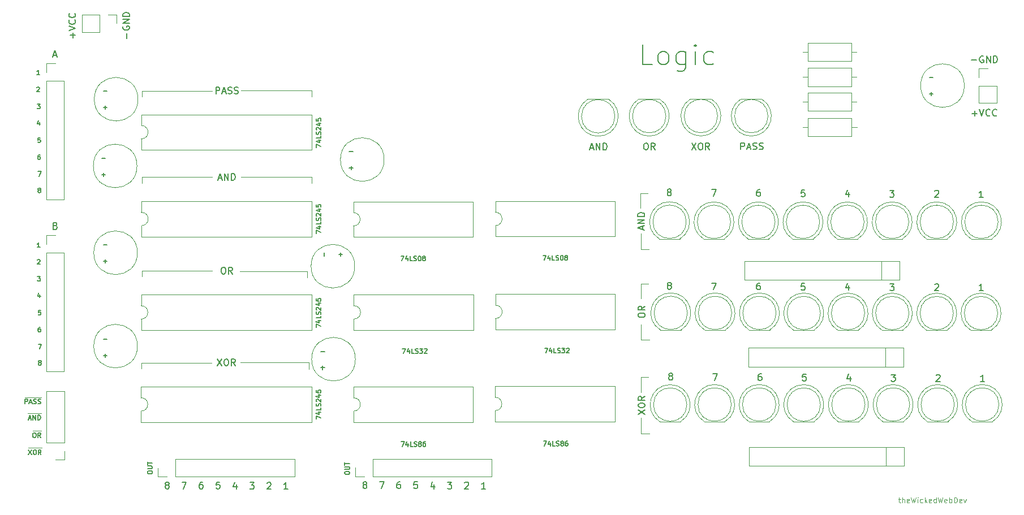
<source format=gbr>
%TF.GenerationSoftware,KiCad,Pcbnew,(5.1.9-0-10_14)*%
%TF.CreationDate,2021-04-28T01:33:21-04:00*%
%TF.ProjectId,ALU,414c552e-6b69-4636-9164-5f7063625858,rev?*%
%TF.SameCoordinates,Original*%
%TF.FileFunction,Legend,Top*%
%TF.FilePolarity,Positive*%
%FSLAX46Y46*%
G04 Gerber Fmt 4.6, Leading zero omitted, Abs format (unit mm)*
G04 Created by KiCad (PCBNEW (5.1.9-0-10_14)) date 2021-04-28 01:33:21*
%MOMM*%
%LPD*%
G01*
G04 APERTURE LIST*
%ADD10C,0.150000*%
%ADD11C,0.050000*%
%ADD12C,0.200000*%
%ADD13C,0.120000*%
G04 APERTURE END LIST*
D10*
X173515542Y-50071280D02*
X173515542Y-49071280D01*
X173896495Y-49071280D01*
X173991733Y-49118900D01*
X174039352Y-49166519D01*
X174086971Y-49261757D01*
X174086971Y-49404614D01*
X174039352Y-49499852D01*
X173991733Y-49547471D01*
X173896495Y-49595090D01*
X173515542Y-49595090D01*
X174467923Y-49785566D02*
X174944114Y-49785566D01*
X174372685Y-50071280D02*
X174706019Y-49071280D01*
X175039352Y-50071280D01*
X175325066Y-50023661D02*
X175467923Y-50071280D01*
X175706019Y-50071280D01*
X175801257Y-50023661D01*
X175848876Y-49976042D01*
X175896495Y-49880804D01*
X175896495Y-49785566D01*
X175848876Y-49690328D01*
X175801257Y-49642709D01*
X175706019Y-49595090D01*
X175515542Y-49547471D01*
X175420304Y-49499852D01*
X175372685Y-49452233D01*
X175325066Y-49356995D01*
X175325066Y-49261757D01*
X175372685Y-49166519D01*
X175420304Y-49118900D01*
X175515542Y-49071280D01*
X175753638Y-49071280D01*
X175896495Y-49118900D01*
X176277447Y-50023661D02*
X176420304Y-50071280D01*
X176658400Y-50071280D01*
X176753638Y-50023661D01*
X176801257Y-49976042D01*
X176848876Y-49880804D01*
X176848876Y-49785566D01*
X176801257Y-49690328D01*
X176753638Y-49642709D01*
X176658400Y-49595090D01*
X176467923Y-49547471D01*
X176372685Y-49499852D01*
X176325066Y-49452233D01*
X176277447Y-49356995D01*
X176277447Y-49261757D01*
X176325066Y-49166519D01*
X176372685Y-49118900D01*
X176467923Y-49071280D01*
X176706019Y-49071280D01*
X176848876Y-49118900D01*
X166155857Y-49109380D02*
X166822523Y-50109380D01*
X166822523Y-49109380D02*
X166155857Y-50109380D01*
X167393952Y-49109380D02*
X167584428Y-49109380D01*
X167679666Y-49157000D01*
X167774904Y-49252238D01*
X167822523Y-49442714D01*
X167822523Y-49776047D01*
X167774904Y-49966523D01*
X167679666Y-50061761D01*
X167584428Y-50109380D01*
X167393952Y-50109380D01*
X167298714Y-50061761D01*
X167203476Y-49966523D01*
X167155857Y-49776047D01*
X167155857Y-49442714D01*
X167203476Y-49252238D01*
X167298714Y-49157000D01*
X167393952Y-49109380D01*
X168822523Y-50109380D02*
X168489190Y-49633190D01*
X168251095Y-50109380D02*
X168251095Y-49109380D01*
X168632047Y-49109380D01*
X168727285Y-49157000D01*
X168774904Y-49204619D01*
X168822523Y-49299857D01*
X168822523Y-49442714D01*
X168774904Y-49537952D01*
X168727285Y-49585571D01*
X168632047Y-49633190D01*
X168251095Y-49633190D01*
X159221561Y-49109380D02*
X159412038Y-49109380D01*
X159507276Y-49157000D01*
X159602514Y-49252238D01*
X159650133Y-49442714D01*
X159650133Y-49776047D01*
X159602514Y-49966523D01*
X159507276Y-50061761D01*
X159412038Y-50109380D01*
X159221561Y-50109380D01*
X159126323Y-50061761D01*
X159031085Y-49966523D01*
X158983466Y-49776047D01*
X158983466Y-49442714D01*
X159031085Y-49252238D01*
X159126323Y-49157000D01*
X159221561Y-49109380D01*
X160650133Y-50109380D02*
X160316800Y-49633190D01*
X160078704Y-50109380D02*
X160078704Y-49109380D01*
X160459657Y-49109380D01*
X160554895Y-49157000D01*
X160602514Y-49204619D01*
X160650133Y-49299857D01*
X160650133Y-49442714D01*
X160602514Y-49537952D01*
X160554895Y-49585571D01*
X160459657Y-49633190D01*
X160078704Y-49633190D01*
X150960295Y-49849066D02*
X151436485Y-49849066D01*
X150865057Y-50134780D02*
X151198390Y-49134780D01*
X151531723Y-50134780D01*
X151865057Y-50134780D02*
X151865057Y-49134780D01*
X152436485Y-50134780D01*
X152436485Y-49134780D01*
X152912676Y-50134780D02*
X152912676Y-49134780D01*
X153150771Y-49134780D01*
X153293628Y-49182400D01*
X153388866Y-49277638D01*
X153436485Y-49372876D01*
X153484104Y-49563352D01*
X153484104Y-49706209D01*
X153436485Y-49896685D01*
X153388866Y-49991923D01*
X153293628Y-50087161D01*
X153150771Y-50134780D01*
X152912676Y-50134780D01*
X201752233Y-41718700D02*
X202285566Y-41718700D01*
X202018900Y-41985366D02*
X202018900Y-41452033D01*
X201752233Y-39280300D02*
X202285566Y-39280300D01*
X110680533Y-80314000D02*
X111213866Y-80314000D01*
X110680533Y-82752400D02*
X111213866Y-82752400D01*
X110947200Y-83019066D02*
X110947200Y-82485733D01*
X111162300Y-66039966D02*
X111162300Y-65506633D01*
X113600700Y-66039966D02*
X113600700Y-65506633D01*
X113867366Y-65773300D02*
X113334033Y-65773300D01*
X114922333Y-52805800D02*
X115455666Y-52805800D01*
X115189000Y-53072466D02*
X115189000Y-52539133D01*
X114922333Y-50367400D02*
X115455666Y-50367400D01*
X78130433Y-41325000D02*
X78663766Y-41325000D01*
X78130433Y-43763400D02*
X78663766Y-43763400D01*
X78397100Y-44030066D02*
X78397100Y-43496733D01*
X77901833Y-53859900D02*
X78435166Y-53859900D01*
X78168500Y-54126566D02*
X78168500Y-53593233D01*
X77901833Y-51421500D02*
X78435166Y-51421500D01*
X78117733Y-66801200D02*
X78651066Y-66801200D01*
X78384400Y-67067866D02*
X78384400Y-66534533D01*
X78117733Y-64362800D02*
X78651066Y-64362800D01*
X78155833Y-80923600D02*
X78689166Y-80923600D01*
X78422500Y-81190266D02*
X78422500Y-80656933D01*
X78155833Y-78485200D02*
X78689166Y-78485200D01*
X73566328Y-33343623D02*
X73566328Y-32581719D01*
X73947280Y-32962671D02*
X73185376Y-32962671D01*
X72947280Y-32248385D02*
X73947280Y-31915052D01*
X72947280Y-31581719D01*
X73852042Y-30676957D02*
X73899661Y-30724576D01*
X73947280Y-30867433D01*
X73947280Y-30962671D01*
X73899661Y-31105528D01*
X73804423Y-31200766D01*
X73709185Y-31248385D01*
X73518709Y-31296004D01*
X73375852Y-31296004D01*
X73185376Y-31248385D01*
X73090138Y-31200766D01*
X72994900Y-31105528D01*
X72947280Y-30962671D01*
X72947280Y-30867433D01*
X72994900Y-30724576D01*
X73042519Y-30676957D01*
X73852042Y-29676957D02*
X73899661Y-29724576D01*
X73947280Y-29867433D01*
X73947280Y-29962671D01*
X73899661Y-30105528D01*
X73804423Y-30200766D01*
X73709185Y-30248385D01*
X73518709Y-30296004D01*
X73375852Y-30296004D01*
X73185376Y-30248385D01*
X73090138Y-30200766D01*
X72994900Y-30105528D01*
X72947280Y-29962671D01*
X72947280Y-29867433D01*
X72994900Y-29724576D01*
X73042519Y-29676957D01*
X81643528Y-33400761D02*
X81643528Y-32638857D01*
X81072100Y-31638857D02*
X81024480Y-31734095D01*
X81024480Y-31876952D01*
X81072100Y-32019809D01*
X81167338Y-32115047D01*
X81262576Y-32162666D01*
X81453052Y-32210285D01*
X81595909Y-32210285D01*
X81786385Y-32162666D01*
X81881623Y-32115047D01*
X81976861Y-32019809D01*
X82024480Y-31876952D01*
X82024480Y-31781714D01*
X81976861Y-31638857D01*
X81929242Y-31591238D01*
X81595909Y-31591238D01*
X81595909Y-31781714D01*
X82024480Y-31162666D02*
X81024480Y-31162666D01*
X82024480Y-30591238D01*
X81024480Y-30591238D01*
X82024480Y-30115047D02*
X81024480Y-30115047D01*
X81024480Y-29876952D01*
X81072100Y-29734095D01*
X81167338Y-29638857D01*
X81262576Y-29591238D01*
X81453052Y-29543619D01*
X81595909Y-29543619D01*
X81786385Y-29591238D01*
X81881623Y-29638857D01*
X81976861Y-29734095D01*
X82024480Y-29876952D01*
X82024480Y-30115047D01*
D11*
X197098285Y-102419171D02*
X197403047Y-102419171D01*
X197212571Y-102152504D02*
X197212571Y-102838219D01*
X197250666Y-102914409D01*
X197326857Y-102952504D01*
X197403047Y-102952504D01*
X197669714Y-102952504D02*
X197669714Y-102152504D01*
X198012571Y-102952504D02*
X198012571Y-102533457D01*
X197974476Y-102457266D01*
X197898285Y-102419171D01*
X197784000Y-102419171D01*
X197707809Y-102457266D01*
X197669714Y-102495361D01*
X198698285Y-102914409D02*
X198622095Y-102952504D01*
X198469714Y-102952504D01*
X198393523Y-102914409D01*
X198355428Y-102838219D01*
X198355428Y-102533457D01*
X198393523Y-102457266D01*
X198469714Y-102419171D01*
X198622095Y-102419171D01*
X198698285Y-102457266D01*
X198736380Y-102533457D01*
X198736380Y-102609647D01*
X198355428Y-102685838D01*
X199003047Y-102152504D02*
X199193523Y-102952504D01*
X199345904Y-102381076D01*
X199498285Y-102952504D01*
X199688761Y-102152504D01*
X199993523Y-102952504D02*
X199993523Y-102419171D01*
X199993523Y-102152504D02*
X199955428Y-102190600D01*
X199993523Y-102228695D01*
X200031619Y-102190600D01*
X199993523Y-102152504D01*
X199993523Y-102228695D01*
X200717333Y-102914409D02*
X200641142Y-102952504D01*
X200488761Y-102952504D01*
X200412571Y-102914409D01*
X200374476Y-102876314D01*
X200336380Y-102800123D01*
X200336380Y-102571552D01*
X200374476Y-102495361D01*
X200412571Y-102457266D01*
X200488761Y-102419171D01*
X200641142Y-102419171D01*
X200717333Y-102457266D01*
X201060190Y-102952504D02*
X201060190Y-102152504D01*
X201136380Y-102647742D02*
X201364952Y-102952504D01*
X201364952Y-102419171D02*
X201060190Y-102723933D01*
X202012571Y-102914409D02*
X201936380Y-102952504D01*
X201784000Y-102952504D01*
X201707809Y-102914409D01*
X201669714Y-102838219D01*
X201669714Y-102533457D01*
X201707809Y-102457266D01*
X201784000Y-102419171D01*
X201936380Y-102419171D01*
X202012571Y-102457266D01*
X202050666Y-102533457D01*
X202050666Y-102609647D01*
X201669714Y-102685838D01*
X202736380Y-102952504D02*
X202736380Y-102152504D01*
X202736380Y-102914409D02*
X202660190Y-102952504D01*
X202507809Y-102952504D01*
X202431619Y-102914409D01*
X202393523Y-102876314D01*
X202355428Y-102800123D01*
X202355428Y-102571552D01*
X202393523Y-102495361D01*
X202431619Y-102457266D01*
X202507809Y-102419171D01*
X202660190Y-102419171D01*
X202736380Y-102457266D01*
X203041142Y-102152504D02*
X203231619Y-102952504D01*
X203384000Y-102381076D01*
X203536380Y-102952504D01*
X203726857Y-102152504D01*
X204336380Y-102914409D02*
X204260190Y-102952504D01*
X204107809Y-102952504D01*
X204031619Y-102914409D01*
X203993523Y-102838219D01*
X203993523Y-102533457D01*
X204031619Y-102457266D01*
X204107809Y-102419171D01*
X204260190Y-102419171D01*
X204336380Y-102457266D01*
X204374476Y-102533457D01*
X204374476Y-102609647D01*
X203993523Y-102685838D01*
X204717333Y-102952504D02*
X204717333Y-102152504D01*
X204717333Y-102457266D02*
X204793523Y-102419171D01*
X204945904Y-102419171D01*
X205022095Y-102457266D01*
X205060190Y-102495361D01*
X205098285Y-102571552D01*
X205098285Y-102800123D01*
X205060190Y-102876314D01*
X205022095Y-102914409D01*
X204945904Y-102952504D01*
X204793523Y-102952504D01*
X204717333Y-102914409D01*
X205441142Y-102952504D02*
X205441142Y-102152504D01*
X205631619Y-102152504D01*
X205745904Y-102190600D01*
X205822095Y-102266790D01*
X205860190Y-102342980D01*
X205898285Y-102495361D01*
X205898285Y-102609647D01*
X205860190Y-102762028D01*
X205822095Y-102838219D01*
X205745904Y-102914409D01*
X205631619Y-102952504D01*
X205441142Y-102952504D01*
X206545904Y-102914409D02*
X206469714Y-102952504D01*
X206317333Y-102952504D01*
X206241142Y-102914409D01*
X206203047Y-102838219D01*
X206203047Y-102533457D01*
X206241142Y-102457266D01*
X206317333Y-102419171D01*
X206469714Y-102419171D01*
X206545904Y-102457266D01*
X206584000Y-102533457D01*
X206584000Y-102609647D01*
X206203047Y-102685838D01*
X206850666Y-102419171D02*
X207041142Y-102952504D01*
X207231619Y-102419171D01*
D12*
X160272885Y-37374342D02*
X158844314Y-37374342D01*
X158844314Y-34374342D01*
X161701457Y-37374342D02*
X161415742Y-37231485D01*
X161272885Y-37088628D01*
X161130028Y-36802914D01*
X161130028Y-35945771D01*
X161272885Y-35660057D01*
X161415742Y-35517200D01*
X161701457Y-35374342D01*
X162130028Y-35374342D01*
X162415742Y-35517200D01*
X162558600Y-35660057D01*
X162701457Y-35945771D01*
X162701457Y-36802914D01*
X162558600Y-37088628D01*
X162415742Y-37231485D01*
X162130028Y-37374342D01*
X161701457Y-37374342D01*
X165272885Y-35374342D02*
X165272885Y-37802914D01*
X165130028Y-38088628D01*
X164987171Y-38231485D01*
X164701457Y-38374342D01*
X164272885Y-38374342D01*
X163987171Y-38231485D01*
X165272885Y-37231485D02*
X164987171Y-37374342D01*
X164415742Y-37374342D01*
X164130028Y-37231485D01*
X163987171Y-37088628D01*
X163844314Y-36802914D01*
X163844314Y-35945771D01*
X163987171Y-35660057D01*
X164130028Y-35517200D01*
X164415742Y-35374342D01*
X164987171Y-35374342D01*
X165272885Y-35517200D01*
X166701457Y-37374342D02*
X166701457Y-35374342D01*
X166701457Y-34374342D02*
X166558600Y-34517200D01*
X166701457Y-34660057D01*
X166844314Y-34517200D01*
X166701457Y-34374342D01*
X166701457Y-34660057D01*
X169415742Y-37231485D02*
X169130028Y-37374342D01*
X168558600Y-37374342D01*
X168272885Y-37231485D01*
X168130028Y-37088628D01*
X167987171Y-36802914D01*
X167987171Y-35945771D01*
X168130028Y-35660057D01*
X168272885Y-35517200D01*
X168558600Y-35374342D01*
X169130028Y-35374342D01*
X169415742Y-35517200D01*
D10*
X132200685Y-99991919D02*
X132248304Y-99944300D01*
X132343542Y-99896680D01*
X132581638Y-99896680D01*
X132676876Y-99944300D01*
X132724495Y-99991919D01*
X132772114Y-100087157D01*
X132772114Y-100182395D01*
X132724495Y-100325252D01*
X132153066Y-100896680D01*
X132772114Y-100896680D01*
X119453066Y-99833180D02*
X120119733Y-99833180D01*
X119691161Y-100833180D01*
X127609576Y-100230014D02*
X127609576Y-100896680D01*
X127371480Y-99849061D02*
X127133385Y-100563347D01*
X127752433Y-100563347D01*
X129613066Y-99896680D02*
X130232114Y-99896680D01*
X129898780Y-100277633D01*
X130041638Y-100277633D01*
X130136876Y-100325252D01*
X130184495Y-100372871D01*
X130232114Y-100468109D01*
X130232114Y-100706204D01*
X130184495Y-100801442D01*
X130136876Y-100849061D01*
X130041638Y-100896680D01*
X129755923Y-100896680D01*
X129660685Y-100849061D01*
X129613066Y-100801442D01*
X117163861Y-100261752D02*
X117068623Y-100214133D01*
X117021004Y-100166514D01*
X116973385Y-100071276D01*
X116973385Y-100023657D01*
X117021004Y-99928419D01*
X117068623Y-99880800D01*
X117163861Y-99833180D01*
X117354338Y-99833180D01*
X117449576Y-99880800D01*
X117497195Y-99928419D01*
X117544814Y-100023657D01*
X117544814Y-100071276D01*
X117497195Y-100166514D01*
X117449576Y-100214133D01*
X117354338Y-100261752D01*
X117163861Y-100261752D01*
X117068623Y-100309371D01*
X117021004Y-100356990D01*
X116973385Y-100452228D01*
X116973385Y-100642704D01*
X117021004Y-100737942D01*
X117068623Y-100785561D01*
X117163861Y-100833180D01*
X117354338Y-100833180D01*
X117449576Y-100785561D01*
X117497195Y-100737942D01*
X117544814Y-100642704D01*
X117544814Y-100452228D01*
X117497195Y-100356990D01*
X117449576Y-100309371D01*
X117354338Y-100261752D01*
X122516876Y-99833180D02*
X122326400Y-99833180D01*
X122231161Y-99880800D01*
X122183542Y-99928419D01*
X122088304Y-100071276D01*
X122040685Y-100261752D01*
X122040685Y-100642704D01*
X122088304Y-100737942D01*
X122135923Y-100785561D01*
X122231161Y-100833180D01*
X122421638Y-100833180D01*
X122516876Y-100785561D01*
X122564495Y-100737942D01*
X122612114Y-100642704D01*
X122612114Y-100404609D01*
X122564495Y-100309371D01*
X122516876Y-100261752D01*
X122421638Y-100214133D01*
X122231161Y-100214133D01*
X122135923Y-100261752D01*
X122088304Y-100309371D01*
X122040685Y-100404609D01*
X125091795Y-99833180D02*
X124615604Y-99833180D01*
X124567985Y-100309371D01*
X124615604Y-100261752D01*
X124710842Y-100214133D01*
X124948938Y-100214133D01*
X125044176Y-100261752D01*
X125091795Y-100309371D01*
X125139414Y-100404609D01*
X125139414Y-100642704D01*
X125091795Y-100737942D01*
X125044176Y-100785561D01*
X124948938Y-100833180D01*
X124710842Y-100833180D01*
X124615604Y-100785561D01*
X124567985Y-100737942D01*
X135299414Y-100896680D02*
X134727985Y-100896680D01*
X135013700Y-100896680D02*
X135013700Y-99896680D01*
X134918461Y-100039538D01*
X134823223Y-100134776D01*
X134727985Y-100182395D01*
X114246866Y-98578900D02*
X114246866Y-98445566D01*
X114280200Y-98378900D01*
X114346866Y-98312233D01*
X114480200Y-98278900D01*
X114713533Y-98278900D01*
X114846866Y-98312233D01*
X114913533Y-98378900D01*
X114946866Y-98445566D01*
X114946866Y-98578900D01*
X114913533Y-98645566D01*
X114846866Y-98712233D01*
X114713533Y-98745566D01*
X114480200Y-98745566D01*
X114346866Y-98712233D01*
X114280200Y-98645566D01*
X114246866Y-98578900D01*
X114246866Y-97978900D02*
X114813533Y-97978900D01*
X114880200Y-97945566D01*
X114913533Y-97912233D01*
X114946866Y-97845566D01*
X114946866Y-97712233D01*
X114913533Y-97645566D01*
X114880200Y-97612233D01*
X114813533Y-97578900D01*
X114246866Y-97578900D01*
X114246866Y-97345566D02*
X114246866Y-96945566D01*
X114946866Y-97145566D02*
X114246866Y-97145566D01*
X68733966Y-74140266D02*
X68400633Y-74140266D01*
X68367300Y-74473600D01*
X68400633Y-74440266D01*
X68467300Y-74406933D01*
X68633966Y-74406933D01*
X68700633Y-74440266D01*
X68733966Y-74473600D01*
X68767300Y-74540266D01*
X68767300Y-74706933D01*
X68733966Y-74773600D01*
X68700633Y-74806933D01*
X68633966Y-74840266D01*
X68467300Y-74840266D01*
X68400633Y-74806933D01*
X68367300Y-74773600D01*
X68687933Y-76680266D02*
X68554600Y-76680266D01*
X68487933Y-76713600D01*
X68454600Y-76746933D01*
X68387933Y-76846933D01*
X68354600Y-76980266D01*
X68354600Y-77246933D01*
X68387933Y-77313600D01*
X68421266Y-77346933D01*
X68487933Y-77380266D01*
X68621266Y-77380266D01*
X68687933Y-77346933D01*
X68721266Y-77313600D01*
X68754600Y-77246933D01*
X68754600Y-77080266D01*
X68721266Y-77013600D01*
X68687933Y-76980266D01*
X68621266Y-76946933D01*
X68487933Y-76946933D01*
X68421266Y-76980266D01*
X68387933Y-77013600D01*
X68354600Y-77080266D01*
X68538733Y-81971366D02*
X68472066Y-81938033D01*
X68438733Y-81904700D01*
X68405400Y-81838033D01*
X68405400Y-81804700D01*
X68438733Y-81738033D01*
X68472066Y-81704700D01*
X68538733Y-81671366D01*
X68672066Y-81671366D01*
X68738733Y-81704700D01*
X68772066Y-81738033D01*
X68805400Y-81804700D01*
X68805400Y-81838033D01*
X68772066Y-81904700D01*
X68738733Y-81938033D01*
X68672066Y-81971366D01*
X68538733Y-81971366D01*
X68472066Y-82004700D01*
X68438733Y-82038033D01*
X68405400Y-82104700D01*
X68405400Y-82238033D01*
X68438733Y-82304700D01*
X68472066Y-82338033D01*
X68538733Y-82371366D01*
X68672066Y-82371366D01*
X68738733Y-82338033D01*
X68772066Y-82304700D01*
X68805400Y-82238033D01*
X68805400Y-82104700D01*
X68772066Y-82038033D01*
X68738733Y-82004700D01*
X68672066Y-81971366D01*
X68384766Y-79207566D02*
X68851433Y-79207566D01*
X68551433Y-79907566D01*
X68611733Y-71782800D02*
X68611733Y-72249466D01*
X68445066Y-71516133D02*
X68278400Y-72016133D01*
X68711733Y-72016133D01*
X68257766Y-69085666D02*
X68691100Y-69085666D01*
X68457766Y-69352333D01*
X68557766Y-69352333D01*
X68624433Y-69385666D01*
X68657766Y-69419000D01*
X68691100Y-69485666D01*
X68691100Y-69652333D01*
X68657766Y-69719000D01*
X68624433Y-69752333D01*
X68557766Y-69785666D01*
X68357766Y-69785666D01*
X68291100Y-69752333D01*
X68257766Y-69719000D01*
X68227600Y-66625033D02*
X68260933Y-66591700D01*
X68327600Y-66558366D01*
X68494266Y-66558366D01*
X68560933Y-66591700D01*
X68594266Y-66625033D01*
X68627600Y-66691700D01*
X68627600Y-66758366D01*
X68594266Y-66858366D01*
X68194266Y-67258366D01*
X68627600Y-67258366D01*
X68640300Y-64718366D02*
X68240300Y-64718366D01*
X68440300Y-64718366D02*
X68440300Y-64018366D01*
X68373633Y-64118366D01*
X68306966Y-64185033D01*
X68240300Y-64218366D01*
X68475233Y-56139566D02*
X68408566Y-56106233D01*
X68375233Y-56072900D01*
X68341900Y-56006233D01*
X68341900Y-55972900D01*
X68375233Y-55906233D01*
X68408566Y-55872900D01*
X68475233Y-55839566D01*
X68608566Y-55839566D01*
X68675233Y-55872900D01*
X68708566Y-55906233D01*
X68741900Y-55972900D01*
X68741900Y-56006233D01*
X68708566Y-56072900D01*
X68675233Y-56106233D01*
X68608566Y-56139566D01*
X68475233Y-56139566D01*
X68408566Y-56172900D01*
X68375233Y-56206233D01*
X68341900Y-56272900D01*
X68341900Y-56406233D01*
X68375233Y-56472900D01*
X68408566Y-56506233D01*
X68475233Y-56539566D01*
X68608566Y-56539566D01*
X68675233Y-56506233D01*
X68708566Y-56472900D01*
X68741900Y-56406233D01*
X68741900Y-56272900D01*
X68708566Y-56206233D01*
X68675233Y-56172900D01*
X68608566Y-56139566D01*
X68321266Y-53375766D02*
X68787933Y-53375766D01*
X68487933Y-54075766D01*
X68624433Y-50848466D02*
X68491100Y-50848466D01*
X68424433Y-50881800D01*
X68391100Y-50915133D01*
X68324433Y-51015133D01*
X68291100Y-51148466D01*
X68291100Y-51415133D01*
X68324433Y-51481800D01*
X68357766Y-51515133D01*
X68424433Y-51548466D01*
X68557766Y-51548466D01*
X68624433Y-51515133D01*
X68657766Y-51481800D01*
X68691100Y-51415133D01*
X68691100Y-51248466D01*
X68657766Y-51181800D01*
X68624433Y-51148466D01*
X68557766Y-51115133D01*
X68424433Y-51115133D01*
X68357766Y-51148466D01*
X68324433Y-51181800D01*
X68291100Y-51248466D01*
X68670466Y-48308466D02*
X68337133Y-48308466D01*
X68303800Y-48641800D01*
X68337133Y-48608466D01*
X68403800Y-48575133D01*
X68570466Y-48575133D01*
X68637133Y-48608466D01*
X68670466Y-48641800D01*
X68703800Y-48708466D01*
X68703800Y-48875133D01*
X68670466Y-48941800D01*
X68637133Y-48975133D01*
X68570466Y-49008466D01*
X68403800Y-49008466D01*
X68337133Y-48975133D01*
X68303800Y-48941800D01*
X68548233Y-45951000D02*
X68548233Y-46417666D01*
X68381566Y-45684333D02*
X68214900Y-46184333D01*
X68648233Y-46184333D01*
X68194266Y-43253866D02*
X68627600Y-43253866D01*
X68394266Y-43520533D01*
X68494266Y-43520533D01*
X68560933Y-43553866D01*
X68594266Y-43587200D01*
X68627600Y-43653866D01*
X68627600Y-43820533D01*
X68594266Y-43887200D01*
X68560933Y-43920533D01*
X68494266Y-43953866D01*
X68294266Y-43953866D01*
X68227600Y-43920533D01*
X68194266Y-43887200D01*
X68164100Y-40793233D02*
X68197433Y-40759900D01*
X68264100Y-40726566D01*
X68430766Y-40726566D01*
X68497433Y-40759900D01*
X68530766Y-40793233D01*
X68564100Y-40859900D01*
X68564100Y-40926566D01*
X68530766Y-41026566D01*
X68130766Y-41426566D01*
X68564100Y-41426566D01*
D13*
X68821300Y-87185500D02*
X66357500Y-87185500D01*
X68872100Y-94780100D02*
X66865500Y-94780100D01*
X68846700Y-92202000D02*
X67525900Y-92202000D01*
X68821300Y-89535000D02*
X66802000Y-89535000D01*
D10*
X66938100Y-90362866D02*
X67271433Y-90362866D01*
X66871433Y-90562866D02*
X67104766Y-89862866D01*
X67338100Y-90562866D01*
X67571433Y-90562866D02*
X67571433Y-89862866D01*
X67971433Y-90562866D01*
X67971433Y-89862866D01*
X68304766Y-90562866D02*
X68304766Y-89862866D01*
X68471433Y-89862866D01*
X68571433Y-89896200D01*
X68638100Y-89962866D01*
X68671433Y-90029533D01*
X68704766Y-90162866D01*
X68704766Y-90262866D01*
X68671433Y-90396200D01*
X68638100Y-90462866D01*
X68571433Y-90529533D01*
X68471433Y-90562866D01*
X68304766Y-90562866D01*
X67730166Y-92504466D02*
X67863500Y-92504466D01*
X67930166Y-92537800D01*
X67996833Y-92604466D01*
X68030166Y-92737800D01*
X68030166Y-92971133D01*
X67996833Y-93104466D01*
X67930166Y-93171133D01*
X67863500Y-93204466D01*
X67730166Y-93204466D01*
X67663500Y-93171133D01*
X67596833Y-93104466D01*
X67563500Y-92971133D01*
X67563500Y-92737800D01*
X67596833Y-92604466D01*
X67663500Y-92537800D01*
X67730166Y-92504466D01*
X68730166Y-93204466D02*
X68496833Y-92871133D01*
X68330166Y-93204466D02*
X68330166Y-92504466D01*
X68596833Y-92504466D01*
X68663500Y-92537800D01*
X68696833Y-92571133D01*
X68730166Y-92637800D01*
X68730166Y-92737800D01*
X68696833Y-92804466D01*
X68663500Y-92837800D01*
X68596833Y-92871133D01*
X68330166Y-92871133D01*
X66914300Y-95044466D02*
X67380966Y-95744466D01*
X67380966Y-95044466D02*
X66914300Y-95744466D01*
X67780966Y-95044466D02*
X67914300Y-95044466D01*
X67980966Y-95077800D01*
X68047633Y-95144466D01*
X68080966Y-95277800D01*
X68080966Y-95511133D01*
X68047633Y-95644466D01*
X67980966Y-95711133D01*
X67914300Y-95744466D01*
X67780966Y-95744466D01*
X67714300Y-95711133D01*
X67647633Y-95644466D01*
X67614300Y-95511133D01*
X67614300Y-95277800D01*
X67647633Y-95144466D01*
X67714300Y-95077800D01*
X67780966Y-95044466D01*
X68780966Y-95744466D02*
X68547633Y-95411133D01*
X68380966Y-95744466D02*
X68380966Y-95044466D01*
X68647633Y-95044466D01*
X68714300Y-95077800D01*
X68747633Y-95111133D01*
X68780966Y-95177800D01*
X68780966Y-95277800D01*
X68747633Y-95344466D01*
X68714300Y-95377800D01*
X68647633Y-95411133D01*
X68380966Y-95411133D01*
X66396833Y-88149866D02*
X66396833Y-87449866D01*
X66663500Y-87449866D01*
X66730166Y-87483200D01*
X66763500Y-87516533D01*
X66796833Y-87583200D01*
X66796833Y-87683200D01*
X66763500Y-87749866D01*
X66730166Y-87783200D01*
X66663500Y-87816533D01*
X66396833Y-87816533D01*
X67063500Y-87949866D02*
X67396833Y-87949866D01*
X66996833Y-88149866D02*
X67230166Y-87449866D01*
X67463500Y-88149866D01*
X67663500Y-88116533D02*
X67763500Y-88149866D01*
X67930166Y-88149866D01*
X67996833Y-88116533D01*
X68030166Y-88083200D01*
X68063500Y-88016533D01*
X68063500Y-87949866D01*
X68030166Y-87883200D01*
X67996833Y-87849866D01*
X67930166Y-87816533D01*
X67796833Y-87783200D01*
X67730166Y-87749866D01*
X67696833Y-87716533D01*
X67663500Y-87649866D01*
X67663500Y-87583200D01*
X67696833Y-87516533D01*
X67730166Y-87483200D01*
X67796833Y-87449866D01*
X67963500Y-87449866D01*
X68063500Y-87483200D01*
X68330166Y-88116533D02*
X68430166Y-88149866D01*
X68596833Y-88149866D01*
X68663500Y-88116533D01*
X68696833Y-88083200D01*
X68730166Y-88016533D01*
X68730166Y-87949866D01*
X68696833Y-87883200D01*
X68663500Y-87849866D01*
X68596833Y-87816533D01*
X68463500Y-87783200D01*
X68396833Y-87749866D01*
X68363500Y-87716533D01*
X68330166Y-87649866D01*
X68330166Y-87583200D01*
X68363500Y-87516533D01*
X68396833Y-87483200D01*
X68463500Y-87449866D01*
X68630166Y-87449866D01*
X68730166Y-87483200D01*
X208051638Y-36672828D02*
X208813542Y-36672828D01*
X209813542Y-36101400D02*
X209718304Y-36053780D01*
X209575447Y-36053780D01*
X209432590Y-36101400D01*
X209337352Y-36196638D01*
X209289733Y-36291876D01*
X209242114Y-36482352D01*
X209242114Y-36625209D01*
X209289733Y-36815685D01*
X209337352Y-36910923D01*
X209432590Y-37006161D01*
X209575447Y-37053780D01*
X209670685Y-37053780D01*
X209813542Y-37006161D01*
X209861161Y-36958542D01*
X209861161Y-36625209D01*
X209670685Y-36625209D01*
X210289733Y-37053780D02*
X210289733Y-36053780D01*
X210861161Y-37053780D01*
X210861161Y-36053780D01*
X211337352Y-37053780D02*
X211337352Y-36053780D01*
X211575447Y-36053780D01*
X211718304Y-36101400D01*
X211813542Y-36196638D01*
X211861161Y-36291876D01*
X211908780Y-36482352D01*
X211908780Y-36625209D01*
X211861161Y-36815685D01*
X211813542Y-36910923D01*
X211718304Y-37006161D01*
X211575447Y-37053780D01*
X211337352Y-37053780D01*
X208134176Y-44673828D02*
X208896080Y-44673828D01*
X208515128Y-45054780D02*
X208515128Y-44292876D01*
X209229414Y-44054780D02*
X209562747Y-45054780D01*
X209896080Y-44054780D01*
X210800842Y-44959542D02*
X210753223Y-45007161D01*
X210610366Y-45054780D01*
X210515128Y-45054780D01*
X210372271Y-45007161D01*
X210277033Y-44911923D01*
X210229414Y-44816685D01*
X210181795Y-44626209D01*
X210181795Y-44483352D01*
X210229414Y-44292876D01*
X210277033Y-44197638D01*
X210372271Y-44102400D01*
X210515128Y-44054780D01*
X210610366Y-44054780D01*
X210753223Y-44102400D01*
X210800842Y-44150019D01*
X211800842Y-44959542D02*
X211753223Y-45007161D01*
X211610366Y-45054780D01*
X211515128Y-45054780D01*
X211372271Y-45007161D01*
X211277033Y-44911923D01*
X211229414Y-44816685D01*
X211181795Y-44626209D01*
X211181795Y-44483352D01*
X211229414Y-44292876D01*
X211277033Y-44197638D01*
X211372271Y-44102400D01*
X211515128Y-44054780D01*
X211610366Y-44054780D01*
X211753223Y-44102400D01*
X211800842Y-44150019D01*
X70653304Y-35942566D02*
X71129495Y-35942566D01*
X70558066Y-36228280D02*
X70891400Y-35228280D01*
X71224733Y-36228280D01*
X70950128Y-61498171D02*
X71092985Y-61545790D01*
X71140604Y-61593409D01*
X71188223Y-61688647D01*
X71188223Y-61831504D01*
X71140604Y-61926742D01*
X71092985Y-61974361D01*
X70997747Y-62021980D01*
X70616795Y-62021980D01*
X70616795Y-61021980D01*
X70950128Y-61021980D01*
X71045366Y-61069600D01*
X71092985Y-61117219D01*
X71140604Y-61212457D01*
X71140604Y-61307695D01*
X71092985Y-61402933D01*
X71045366Y-61450552D01*
X70950128Y-61498171D01*
X70616795Y-61498171D01*
X68576800Y-38886566D02*
X68176800Y-38886566D01*
X68376800Y-38886566D02*
X68376800Y-38186566D01*
X68310133Y-38286566D01*
X68243466Y-38353233D01*
X68176800Y-38386566D01*
X84732066Y-98490000D02*
X84732066Y-98356666D01*
X84765400Y-98290000D01*
X84832066Y-98223333D01*
X84965400Y-98190000D01*
X85198733Y-98190000D01*
X85332066Y-98223333D01*
X85398733Y-98290000D01*
X85432066Y-98356666D01*
X85432066Y-98490000D01*
X85398733Y-98556666D01*
X85332066Y-98623333D01*
X85198733Y-98656666D01*
X84965400Y-98656666D01*
X84832066Y-98623333D01*
X84765400Y-98556666D01*
X84732066Y-98490000D01*
X84732066Y-97890000D02*
X85298733Y-97890000D01*
X85365400Y-97856666D01*
X85398733Y-97823333D01*
X85432066Y-97756666D01*
X85432066Y-97623333D01*
X85398733Y-97556666D01*
X85365400Y-97523333D01*
X85298733Y-97490000D01*
X84732066Y-97490000D01*
X84732066Y-97256666D02*
X84732066Y-96856666D01*
X85432066Y-97056666D02*
X84732066Y-97056666D01*
X92938576Y-99883980D02*
X92748100Y-99883980D01*
X92652861Y-99931600D01*
X92605242Y-99979219D01*
X92510004Y-100122076D01*
X92462385Y-100312552D01*
X92462385Y-100693504D01*
X92510004Y-100788742D01*
X92557623Y-100836361D01*
X92652861Y-100883980D01*
X92843338Y-100883980D01*
X92938576Y-100836361D01*
X92986195Y-100788742D01*
X93033814Y-100693504D01*
X93033814Y-100455409D01*
X92986195Y-100360171D01*
X92938576Y-100312552D01*
X92843338Y-100264933D01*
X92652861Y-100264933D01*
X92557623Y-100312552D01*
X92510004Y-100360171D01*
X92462385Y-100455409D01*
X87585561Y-100312552D02*
X87490323Y-100264933D01*
X87442704Y-100217314D01*
X87395085Y-100122076D01*
X87395085Y-100074457D01*
X87442704Y-99979219D01*
X87490323Y-99931600D01*
X87585561Y-99883980D01*
X87776038Y-99883980D01*
X87871276Y-99931600D01*
X87918895Y-99979219D01*
X87966514Y-100074457D01*
X87966514Y-100122076D01*
X87918895Y-100217314D01*
X87871276Y-100264933D01*
X87776038Y-100312552D01*
X87585561Y-100312552D01*
X87490323Y-100360171D01*
X87442704Y-100407790D01*
X87395085Y-100503028D01*
X87395085Y-100693504D01*
X87442704Y-100788742D01*
X87490323Y-100836361D01*
X87585561Y-100883980D01*
X87776038Y-100883980D01*
X87871276Y-100836361D01*
X87918895Y-100788742D01*
X87966514Y-100693504D01*
X87966514Y-100503028D01*
X87918895Y-100407790D01*
X87871276Y-100360171D01*
X87776038Y-100312552D01*
X89874766Y-99883980D02*
X90541433Y-99883980D01*
X90112861Y-100883980D01*
X95513495Y-99883980D02*
X95037304Y-99883980D01*
X94989685Y-100360171D01*
X95037304Y-100312552D01*
X95132542Y-100264933D01*
X95370638Y-100264933D01*
X95465876Y-100312552D01*
X95513495Y-100360171D01*
X95561114Y-100455409D01*
X95561114Y-100693504D01*
X95513495Y-100788742D01*
X95465876Y-100836361D01*
X95370638Y-100883980D01*
X95132542Y-100883980D01*
X95037304Y-100836361D01*
X94989685Y-100788742D01*
X98031276Y-100280814D02*
X98031276Y-100947480D01*
X97793180Y-99899861D02*
X97555085Y-100614147D01*
X98174133Y-100614147D01*
X100034766Y-99947480D02*
X100653814Y-99947480D01*
X100320480Y-100328433D01*
X100463338Y-100328433D01*
X100558576Y-100376052D01*
X100606195Y-100423671D01*
X100653814Y-100518909D01*
X100653814Y-100757004D01*
X100606195Y-100852242D01*
X100558576Y-100899861D01*
X100463338Y-100947480D01*
X100177623Y-100947480D01*
X100082385Y-100899861D01*
X100034766Y-100852242D01*
X102622385Y-100042719D02*
X102670004Y-99995100D01*
X102765242Y-99947480D01*
X103003338Y-99947480D01*
X103098576Y-99995100D01*
X103146195Y-100042719D01*
X103193814Y-100137957D01*
X103193814Y-100233195D01*
X103146195Y-100376052D01*
X102574766Y-100947480D01*
X103193814Y-100947480D01*
X105721114Y-100947480D02*
X105149685Y-100947480D01*
X105435400Y-100947480D02*
X105435400Y-99947480D01*
X105340161Y-100090338D01*
X105244923Y-100185576D01*
X105149685Y-100233195D01*
X109966966Y-90435633D02*
X109966966Y-89968966D01*
X110666966Y-90268966D01*
X110200300Y-89402300D02*
X110666966Y-89402300D01*
X109933633Y-89568966D02*
X110433633Y-89735633D01*
X110433633Y-89302300D01*
X110666966Y-88702300D02*
X110666966Y-89035633D01*
X109966966Y-89035633D01*
X110633633Y-88502300D02*
X110666966Y-88402300D01*
X110666966Y-88235633D01*
X110633633Y-88168966D01*
X110600300Y-88135633D01*
X110533633Y-88102300D01*
X110466966Y-88102300D01*
X110400300Y-88135633D01*
X110366966Y-88168966D01*
X110333633Y-88235633D01*
X110300300Y-88368966D01*
X110266966Y-88435633D01*
X110233633Y-88468966D01*
X110166966Y-88502300D01*
X110100300Y-88502300D01*
X110033633Y-88468966D01*
X110000300Y-88435633D01*
X109966966Y-88368966D01*
X109966966Y-88202300D01*
X110000300Y-88102300D01*
X110033633Y-87835633D02*
X110000300Y-87802300D01*
X109966966Y-87735633D01*
X109966966Y-87568966D01*
X110000300Y-87502300D01*
X110033633Y-87468966D01*
X110100300Y-87435633D01*
X110166966Y-87435633D01*
X110266966Y-87468966D01*
X110666966Y-87868966D01*
X110666966Y-87435633D01*
X110200300Y-86835633D02*
X110666966Y-86835633D01*
X109933633Y-87002300D02*
X110433633Y-87168966D01*
X110433633Y-86735633D01*
X109966966Y-86135633D02*
X109966966Y-86468966D01*
X110300300Y-86502300D01*
X110266966Y-86468966D01*
X110233633Y-86402300D01*
X110233633Y-86235633D01*
X110266966Y-86168966D01*
X110300300Y-86135633D01*
X110366966Y-86102300D01*
X110533633Y-86102300D01*
X110600300Y-86135633D01*
X110633633Y-86168966D01*
X110666966Y-86235633D01*
X110666966Y-86402300D01*
X110633633Y-86468966D01*
X110600300Y-86502300D01*
X109966966Y-76706933D02*
X109966966Y-76240266D01*
X110666966Y-76540266D01*
X110200300Y-75673600D02*
X110666966Y-75673600D01*
X109933633Y-75840266D02*
X110433633Y-76006933D01*
X110433633Y-75573600D01*
X110666966Y-74973600D02*
X110666966Y-75306933D01*
X109966966Y-75306933D01*
X110633633Y-74773600D02*
X110666966Y-74673600D01*
X110666966Y-74506933D01*
X110633633Y-74440266D01*
X110600300Y-74406933D01*
X110533633Y-74373600D01*
X110466966Y-74373600D01*
X110400300Y-74406933D01*
X110366966Y-74440266D01*
X110333633Y-74506933D01*
X110300300Y-74640266D01*
X110266966Y-74706933D01*
X110233633Y-74740266D01*
X110166966Y-74773600D01*
X110100300Y-74773600D01*
X110033633Y-74740266D01*
X110000300Y-74706933D01*
X109966966Y-74640266D01*
X109966966Y-74473600D01*
X110000300Y-74373600D01*
X110033633Y-74106933D02*
X110000300Y-74073600D01*
X109966966Y-74006933D01*
X109966966Y-73840266D01*
X110000300Y-73773600D01*
X110033633Y-73740266D01*
X110100300Y-73706933D01*
X110166966Y-73706933D01*
X110266966Y-73740266D01*
X110666966Y-74140266D01*
X110666966Y-73706933D01*
X110200300Y-73106933D02*
X110666966Y-73106933D01*
X109933633Y-73273600D02*
X110433633Y-73440266D01*
X110433633Y-73006933D01*
X109966966Y-72406933D02*
X109966966Y-72740266D01*
X110300300Y-72773600D01*
X110266966Y-72740266D01*
X110233633Y-72673600D01*
X110233633Y-72506933D01*
X110266966Y-72440266D01*
X110300300Y-72406933D01*
X110366966Y-72373600D01*
X110533633Y-72373600D01*
X110600300Y-72406933D01*
X110633633Y-72440266D01*
X110666966Y-72506933D01*
X110666966Y-72673600D01*
X110633633Y-72740266D01*
X110600300Y-72773600D01*
X109979666Y-62635333D02*
X109979666Y-62168666D01*
X110679666Y-62468666D01*
X110213000Y-61602000D02*
X110679666Y-61602000D01*
X109946333Y-61768666D02*
X110446333Y-61935333D01*
X110446333Y-61502000D01*
X110679666Y-60902000D02*
X110679666Y-61235333D01*
X109979666Y-61235333D01*
X110646333Y-60702000D02*
X110679666Y-60602000D01*
X110679666Y-60435333D01*
X110646333Y-60368666D01*
X110613000Y-60335333D01*
X110546333Y-60302000D01*
X110479666Y-60302000D01*
X110413000Y-60335333D01*
X110379666Y-60368666D01*
X110346333Y-60435333D01*
X110313000Y-60568666D01*
X110279666Y-60635333D01*
X110246333Y-60668666D01*
X110179666Y-60702000D01*
X110113000Y-60702000D01*
X110046333Y-60668666D01*
X110013000Y-60635333D01*
X109979666Y-60568666D01*
X109979666Y-60402000D01*
X110013000Y-60302000D01*
X110046333Y-60035333D02*
X110013000Y-60002000D01*
X109979666Y-59935333D01*
X109979666Y-59768666D01*
X110013000Y-59702000D01*
X110046333Y-59668666D01*
X110113000Y-59635333D01*
X110179666Y-59635333D01*
X110279666Y-59668666D01*
X110679666Y-60068666D01*
X110679666Y-59635333D01*
X110213000Y-59035333D02*
X110679666Y-59035333D01*
X109946333Y-59202000D02*
X110446333Y-59368666D01*
X110446333Y-58935333D01*
X109979666Y-58335333D02*
X109979666Y-58668666D01*
X110313000Y-58702000D01*
X110279666Y-58668666D01*
X110246333Y-58602000D01*
X110246333Y-58435333D01*
X110279666Y-58368666D01*
X110313000Y-58335333D01*
X110379666Y-58302000D01*
X110546333Y-58302000D01*
X110613000Y-58335333D01*
X110646333Y-58368666D01*
X110679666Y-58435333D01*
X110679666Y-58602000D01*
X110646333Y-58668666D01*
X110613000Y-58702000D01*
X109979666Y-49744833D02*
X109979666Y-49278166D01*
X110679666Y-49578166D01*
X110213000Y-48711500D02*
X110679666Y-48711500D01*
X109946333Y-48878166D02*
X110446333Y-49044833D01*
X110446333Y-48611500D01*
X110679666Y-48011500D02*
X110679666Y-48344833D01*
X109979666Y-48344833D01*
X110646333Y-47811500D02*
X110679666Y-47711500D01*
X110679666Y-47544833D01*
X110646333Y-47478166D01*
X110613000Y-47444833D01*
X110546333Y-47411500D01*
X110479666Y-47411500D01*
X110413000Y-47444833D01*
X110379666Y-47478166D01*
X110346333Y-47544833D01*
X110313000Y-47678166D01*
X110279666Y-47744833D01*
X110246333Y-47778166D01*
X110179666Y-47811500D01*
X110113000Y-47811500D01*
X110046333Y-47778166D01*
X110013000Y-47744833D01*
X109979666Y-47678166D01*
X109979666Y-47511500D01*
X110013000Y-47411500D01*
X110046333Y-47144833D02*
X110013000Y-47111500D01*
X109979666Y-47044833D01*
X109979666Y-46878166D01*
X110013000Y-46811500D01*
X110046333Y-46778166D01*
X110113000Y-46744833D01*
X110179666Y-46744833D01*
X110279666Y-46778166D01*
X110679666Y-47178166D01*
X110679666Y-46744833D01*
X110213000Y-46144833D02*
X110679666Y-46144833D01*
X109946333Y-46311500D02*
X110446333Y-46478166D01*
X110446333Y-46044833D01*
X109979666Y-45444833D02*
X109979666Y-45778166D01*
X110313000Y-45811500D01*
X110279666Y-45778166D01*
X110246333Y-45711500D01*
X110246333Y-45544833D01*
X110279666Y-45478166D01*
X110313000Y-45444833D01*
X110379666Y-45411500D01*
X110546333Y-45411500D01*
X110613000Y-45444833D01*
X110646333Y-45478166D01*
X110679666Y-45544833D01*
X110679666Y-45711500D01*
X110646333Y-45778166D01*
X110613000Y-45811500D01*
X122686200Y-93837966D02*
X123152866Y-93837966D01*
X122852866Y-94537966D01*
X123719533Y-94071300D02*
X123719533Y-94537966D01*
X123552866Y-93804633D02*
X123386200Y-94304633D01*
X123819533Y-94304633D01*
X124419533Y-94537966D02*
X124086200Y-94537966D01*
X124086200Y-93837966D01*
X124619533Y-94504633D02*
X124719533Y-94537966D01*
X124886200Y-94537966D01*
X124952866Y-94504633D01*
X124986200Y-94471300D01*
X125019533Y-94404633D01*
X125019533Y-94337966D01*
X124986200Y-94271300D01*
X124952866Y-94237966D01*
X124886200Y-94204633D01*
X124752866Y-94171300D01*
X124686200Y-94137966D01*
X124652866Y-94104633D01*
X124619533Y-94037966D01*
X124619533Y-93971300D01*
X124652866Y-93904633D01*
X124686200Y-93871300D01*
X124752866Y-93837966D01*
X124919533Y-93837966D01*
X125019533Y-93871300D01*
X125419533Y-94137966D02*
X125352866Y-94104633D01*
X125319533Y-94071300D01*
X125286200Y-94004633D01*
X125286200Y-93971300D01*
X125319533Y-93904633D01*
X125352866Y-93871300D01*
X125419533Y-93837966D01*
X125552866Y-93837966D01*
X125619533Y-93871300D01*
X125652866Y-93904633D01*
X125686200Y-93971300D01*
X125686200Y-94004633D01*
X125652866Y-94071300D01*
X125619533Y-94104633D01*
X125552866Y-94137966D01*
X125419533Y-94137966D01*
X125352866Y-94171300D01*
X125319533Y-94204633D01*
X125286200Y-94271300D01*
X125286200Y-94404633D01*
X125319533Y-94471300D01*
X125352866Y-94504633D01*
X125419533Y-94537966D01*
X125552866Y-94537966D01*
X125619533Y-94504633D01*
X125652866Y-94471300D01*
X125686200Y-94404633D01*
X125686200Y-94271300D01*
X125652866Y-94204633D01*
X125619533Y-94171300D01*
X125552866Y-94137966D01*
X126286200Y-93837966D02*
X126152866Y-93837966D01*
X126086200Y-93871300D01*
X126052866Y-93904633D01*
X125986200Y-94004633D01*
X125952866Y-94137966D01*
X125952866Y-94404633D01*
X125986200Y-94471300D01*
X126019533Y-94504633D01*
X126086200Y-94537966D01*
X126219533Y-94537966D01*
X126286200Y-94504633D01*
X126319533Y-94471300D01*
X126352866Y-94404633D01*
X126352866Y-94237966D01*
X126319533Y-94171300D01*
X126286200Y-94137966D01*
X126219533Y-94104633D01*
X126086200Y-94104633D01*
X126019533Y-94137966D01*
X125986200Y-94171300D01*
X125952866Y-94237966D01*
X143971400Y-93761766D02*
X144438066Y-93761766D01*
X144138066Y-94461766D01*
X145004733Y-93995100D02*
X145004733Y-94461766D01*
X144838066Y-93728433D02*
X144671400Y-94228433D01*
X145104733Y-94228433D01*
X145704733Y-94461766D02*
X145371400Y-94461766D01*
X145371400Y-93761766D01*
X145904733Y-94428433D02*
X146004733Y-94461766D01*
X146171400Y-94461766D01*
X146238066Y-94428433D01*
X146271400Y-94395100D01*
X146304733Y-94328433D01*
X146304733Y-94261766D01*
X146271400Y-94195100D01*
X146238066Y-94161766D01*
X146171400Y-94128433D01*
X146038066Y-94095100D01*
X145971400Y-94061766D01*
X145938066Y-94028433D01*
X145904733Y-93961766D01*
X145904733Y-93895100D01*
X145938066Y-93828433D01*
X145971400Y-93795100D01*
X146038066Y-93761766D01*
X146204733Y-93761766D01*
X146304733Y-93795100D01*
X146704733Y-94061766D02*
X146638066Y-94028433D01*
X146604733Y-93995100D01*
X146571400Y-93928433D01*
X146571400Y-93895100D01*
X146604733Y-93828433D01*
X146638066Y-93795100D01*
X146704733Y-93761766D01*
X146838066Y-93761766D01*
X146904733Y-93795100D01*
X146938066Y-93828433D01*
X146971400Y-93895100D01*
X146971400Y-93928433D01*
X146938066Y-93995100D01*
X146904733Y-94028433D01*
X146838066Y-94061766D01*
X146704733Y-94061766D01*
X146638066Y-94095100D01*
X146604733Y-94128433D01*
X146571400Y-94195100D01*
X146571400Y-94328433D01*
X146604733Y-94395100D01*
X146638066Y-94428433D01*
X146704733Y-94461766D01*
X146838066Y-94461766D01*
X146904733Y-94428433D01*
X146938066Y-94395100D01*
X146971400Y-94328433D01*
X146971400Y-94195100D01*
X146938066Y-94128433D01*
X146904733Y-94095100D01*
X146838066Y-94061766D01*
X147571400Y-93761766D02*
X147438066Y-93761766D01*
X147371400Y-93795100D01*
X147338066Y-93828433D01*
X147271400Y-93928433D01*
X147238066Y-94061766D01*
X147238066Y-94328433D01*
X147271400Y-94395100D01*
X147304733Y-94428433D01*
X147371400Y-94461766D01*
X147504733Y-94461766D01*
X147571400Y-94428433D01*
X147604733Y-94395100D01*
X147638066Y-94328433D01*
X147638066Y-94161766D01*
X147604733Y-94095100D01*
X147571400Y-94061766D01*
X147504733Y-94028433D01*
X147371400Y-94028433D01*
X147304733Y-94061766D01*
X147271400Y-94095100D01*
X147238066Y-94161766D01*
X122876700Y-79893366D02*
X123343366Y-79893366D01*
X123043366Y-80593366D01*
X123910033Y-80126700D02*
X123910033Y-80593366D01*
X123743366Y-79860033D02*
X123576700Y-80360033D01*
X124010033Y-80360033D01*
X124610033Y-80593366D02*
X124276700Y-80593366D01*
X124276700Y-79893366D01*
X124810033Y-80560033D02*
X124910033Y-80593366D01*
X125076700Y-80593366D01*
X125143366Y-80560033D01*
X125176700Y-80526700D01*
X125210033Y-80460033D01*
X125210033Y-80393366D01*
X125176700Y-80326700D01*
X125143366Y-80293366D01*
X125076700Y-80260033D01*
X124943366Y-80226700D01*
X124876700Y-80193366D01*
X124843366Y-80160033D01*
X124810033Y-80093366D01*
X124810033Y-80026700D01*
X124843366Y-79960033D01*
X124876700Y-79926700D01*
X124943366Y-79893366D01*
X125110033Y-79893366D01*
X125210033Y-79926700D01*
X125443366Y-79893366D02*
X125876700Y-79893366D01*
X125643366Y-80160033D01*
X125743366Y-80160033D01*
X125810033Y-80193366D01*
X125843366Y-80226700D01*
X125876700Y-80293366D01*
X125876700Y-80460033D01*
X125843366Y-80526700D01*
X125810033Y-80560033D01*
X125743366Y-80593366D01*
X125543366Y-80593366D01*
X125476700Y-80560033D01*
X125443366Y-80526700D01*
X126143366Y-79960033D02*
X126176700Y-79926700D01*
X126243366Y-79893366D01*
X126410033Y-79893366D01*
X126476700Y-79926700D01*
X126510033Y-79960033D01*
X126543366Y-80026700D01*
X126543366Y-80093366D01*
X126510033Y-80193366D01*
X126110033Y-80593366D01*
X126543366Y-80593366D01*
X144161900Y-79817166D02*
X144628566Y-79817166D01*
X144328566Y-80517166D01*
X145195233Y-80050500D02*
X145195233Y-80517166D01*
X145028566Y-79783833D02*
X144861900Y-80283833D01*
X145295233Y-80283833D01*
X145895233Y-80517166D02*
X145561900Y-80517166D01*
X145561900Y-79817166D01*
X146095233Y-80483833D02*
X146195233Y-80517166D01*
X146361900Y-80517166D01*
X146428566Y-80483833D01*
X146461900Y-80450500D01*
X146495233Y-80383833D01*
X146495233Y-80317166D01*
X146461900Y-80250500D01*
X146428566Y-80217166D01*
X146361900Y-80183833D01*
X146228566Y-80150500D01*
X146161900Y-80117166D01*
X146128566Y-80083833D01*
X146095233Y-80017166D01*
X146095233Y-79950500D01*
X146128566Y-79883833D01*
X146161900Y-79850500D01*
X146228566Y-79817166D01*
X146395233Y-79817166D01*
X146495233Y-79850500D01*
X146728566Y-79817166D02*
X147161900Y-79817166D01*
X146928566Y-80083833D01*
X147028566Y-80083833D01*
X147095233Y-80117166D01*
X147128566Y-80150500D01*
X147161900Y-80217166D01*
X147161900Y-80383833D01*
X147128566Y-80450500D01*
X147095233Y-80483833D01*
X147028566Y-80517166D01*
X146828566Y-80517166D01*
X146761900Y-80483833D01*
X146728566Y-80450500D01*
X147428566Y-79883833D02*
X147461900Y-79850500D01*
X147528566Y-79817166D01*
X147695233Y-79817166D01*
X147761900Y-79850500D01*
X147795233Y-79883833D01*
X147828566Y-79950500D01*
X147828566Y-80017166D01*
X147795233Y-80117166D01*
X147395233Y-80517166D01*
X147828566Y-80517166D01*
X143920600Y-65948766D02*
X144387266Y-65948766D01*
X144087266Y-66648766D01*
X144953933Y-66182100D02*
X144953933Y-66648766D01*
X144787266Y-65915433D02*
X144620600Y-66415433D01*
X145053933Y-66415433D01*
X145653933Y-66648766D02*
X145320600Y-66648766D01*
X145320600Y-65948766D01*
X145853933Y-66615433D02*
X145953933Y-66648766D01*
X146120600Y-66648766D01*
X146187266Y-66615433D01*
X146220600Y-66582100D01*
X146253933Y-66515433D01*
X146253933Y-66448766D01*
X146220600Y-66382100D01*
X146187266Y-66348766D01*
X146120600Y-66315433D01*
X145987266Y-66282100D01*
X145920600Y-66248766D01*
X145887266Y-66215433D01*
X145853933Y-66148766D01*
X145853933Y-66082100D01*
X145887266Y-66015433D01*
X145920600Y-65982100D01*
X145987266Y-65948766D01*
X146153933Y-65948766D01*
X146253933Y-65982100D01*
X146687266Y-65948766D02*
X146753933Y-65948766D01*
X146820600Y-65982100D01*
X146853933Y-66015433D01*
X146887266Y-66082100D01*
X146920600Y-66215433D01*
X146920600Y-66382100D01*
X146887266Y-66515433D01*
X146853933Y-66582100D01*
X146820600Y-66615433D01*
X146753933Y-66648766D01*
X146687266Y-66648766D01*
X146620600Y-66615433D01*
X146587266Y-66582100D01*
X146553933Y-66515433D01*
X146520600Y-66382100D01*
X146520600Y-66215433D01*
X146553933Y-66082100D01*
X146587266Y-66015433D01*
X146620600Y-65982100D01*
X146687266Y-65948766D01*
X147320600Y-66248766D02*
X147253933Y-66215433D01*
X147220600Y-66182100D01*
X147187266Y-66115433D01*
X147187266Y-66082100D01*
X147220600Y-66015433D01*
X147253933Y-65982100D01*
X147320600Y-65948766D01*
X147453933Y-65948766D01*
X147520600Y-65982100D01*
X147553933Y-66015433D01*
X147587266Y-66082100D01*
X147587266Y-66115433D01*
X147553933Y-66182100D01*
X147520600Y-66215433D01*
X147453933Y-66248766D01*
X147320600Y-66248766D01*
X147253933Y-66282100D01*
X147220600Y-66315433D01*
X147187266Y-66382100D01*
X147187266Y-66515433D01*
X147220600Y-66582100D01*
X147253933Y-66615433D01*
X147320600Y-66648766D01*
X147453933Y-66648766D01*
X147520600Y-66615433D01*
X147553933Y-66582100D01*
X147587266Y-66515433D01*
X147587266Y-66382100D01*
X147553933Y-66315433D01*
X147520600Y-66282100D01*
X147453933Y-66248766D01*
X122635400Y-66024966D02*
X123102066Y-66024966D01*
X122802066Y-66724966D01*
X123668733Y-66258300D02*
X123668733Y-66724966D01*
X123502066Y-65991633D02*
X123335400Y-66491633D01*
X123768733Y-66491633D01*
X124368733Y-66724966D02*
X124035400Y-66724966D01*
X124035400Y-66024966D01*
X124568733Y-66691633D02*
X124668733Y-66724966D01*
X124835400Y-66724966D01*
X124902066Y-66691633D01*
X124935400Y-66658300D01*
X124968733Y-66591633D01*
X124968733Y-66524966D01*
X124935400Y-66458300D01*
X124902066Y-66424966D01*
X124835400Y-66391633D01*
X124702066Y-66358300D01*
X124635400Y-66324966D01*
X124602066Y-66291633D01*
X124568733Y-66224966D01*
X124568733Y-66158300D01*
X124602066Y-66091633D01*
X124635400Y-66058300D01*
X124702066Y-66024966D01*
X124868733Y-66024966D01*
X124968733Y-66058300D01*
X125402066Y-66024966D02*
X125468733Y-66024966D01*
X125535400Y-66058300D01*
X125568733Y-66091633D01*
X125602066Y-66158300D01*
X125635400Y-66291633D01*
X125635400Y-66458300D01*
X125602066Y-66591633D01*
X125568733Y-66658300D01*
X125535400Y-66691633D01*
X125468733Y-66724966D01*
X125402066Y-66724966D01*
X125335400Y-66691633D01*
X125302066Y-66658300D01*
X125268733Y-66591633D01*
X125235400Y-66458300D01*
X125235400Y-66291633D01*
X125268733Y-66158300D01*
X125302066Y-66091633D01*
X125335400Y-66058300D01*
X125402066Y-66024966D01*
X126035400Y-66324966D02*
X125968733Y-66291633D01*
X125935400Y-66258300D01*
X125902066Y-66191633D01*
X125902066Y-66158300D01*
X125935400Y-66091633D01*
X125968733Y-66058300D01*
X126035400Y-66024966D01*
X126168733Y-66024966D01*
X126235400Y-66058300D01*
X126268733Y-66091633D01*
X126302066Y-66158300D01*
X126302066Y-66191633D01*
X126268733Y-66258300D01*
X126235400Y-66291633D01*
X126168733Y-66324966D01*
X126035400Y-66324966D01*
X125968733Y-66358300D01*
X125935400Y-66391633D01*
X125902066Y-66458300D01*
X125902066Y-66591633D01*
X125935400Y-66658300D01*
X125968733Y-66691633D01*
X126035400Y-66724966D01*
X126168733Y-66724966D01*
X126235400Y-66691633D01*
X126268733Y-66658300D01*
X126302066Y-66591633D01*
X126302066Y-66458300D01*
X126268733Y-66391633D01*
X126235400Y-66358300D01*
X126168733Y-66324966D01*
D13*
X158559500Y-84188300D02*
X158559500Y-86410800D01*
X158597600Y-90233500D02*
X158597600Y-92583000D01*
X158597600Y-92583000D02*
X159816800Y-92583000D01*
X159689800Y-84188300D02*
X158559500Y-84188300D01*
D10*
X158164280Y-89723742D02*
X159164280Y-89057076D01*
X158164280Y-89057076D02*
X159164280Y-89723742D01*
X158164280Y-88485647D02*
X158164280Y-88295171D01*
X158211900Y-88199933D01*
X158307138Y-88104695D01*
X158497614Y-88057076D01*
X158830947Y-88057076D01*
X159021423Y-88104695D01*
X159116661Y-88199933D01*
X159164280Y-88295171D01*
X159164280Y-88485647D01*
X159116661Y-88580885D01*
X159021423Y-88676123D01*
X158830947Y-88723742D01*
X158497614Y-88723742D01*
X158307138Y-88676123D01*
X158211900Y-88580885D01*
X158164280Y-88485647D01*
X159164280Y-87057076D02*
X158688090Y-87390409D01*
X159164280Y-87628504D02*
X158164280Y-87628504D01*
X158164280Y-87247552D01*
X158211900Y-87152314D01*
X158259519Y-87104695D01*
X158354757Y-87057076D01*
X158497614Y-87057076D01*
X158592852Y-87104695D01*
X158640471Y-87152314D01*
X158688090Y-87247552D01*
X158688090Y-87628504D01*
D13*
X159689800Y-70205600D02*
X158559500Y-70205600D01*
X158597600Y-78600300D02*
X159816800Y-78600300D01*
X158597600Y-76250800D02*
X158597600Y-78600300D01*
X158559500Y-70205600D02*
X158559500Y-72428100D01*
D10*
X158164280Y-74979138D02*
X158164280Y-74788661D01*
X158211900Y-74693423D01*
X158307138Y-74598185D01*
X158497614Y-74550566D01*
X158830947Y-74550566D01*
X159021423Y-74598185D01*
X159116661Y-74693423D01*
X159164280Y-74788661D01*
X159164280Y-74979138D01*
X159116661Y-75074376D01*
X159021423Y-75169614D01*
X158830947Y-75217233D01*
X158497614Y-75217233D01*
X158307138Y-75169614D01*
X158211900Y-75074376D01*
X158164280Y-74979138D01*
X159164280Y-73550566D02*
X158688090Y-73883900D01*
X159164280Y-74121995D02*
X158164280Y-74121995D01*
X158164280Y-73741042D01*
X158211900Y-73645804D01*
X158259519Y-73598185D01*
X158354757Y-73550566D01*
X158497614Y-73550566D01*
X158592852Y-73598185D01*
X158640471Y-73645804D01*
X158688090Y-73741042D01*
X158688090Y-74121995D01*
D13*
X158534100Y-65011300D02*
X159753300Y-65011300D01*
X158534100Y-62661800D02*
X158534100Y-65011300D01*
X158496000Y-56616600D02*
X158496000Y-58839100D01*
X159626300Y-56616600D02*
X158496000Y-56616600D01*
D10*
X183067295Y-70127880D02*
X182591104Y-70127880D01*
X182543485Y-70604071D01*
X182591104Y-70556452D01*
X182686342Y-70508833D01*
X182924438Y-70508833D01*
X183019676Y-70556452D01*
X183067295Y-70604071D01*
X183114914Y-70699309D01*
X183114914Y-70937404D01*
X183067295Y-71032642D01*
X183019676Y-71080261D01*
X182924438Y-71127880D01*
X182686342Y-71127880D01*
X182591104Y-71080261D01*
X182543485Y-71032642D01*
X189687176Y-70473914D02*
X189687176Y-71140580D01*
X189449080Y-70092961D02*
X189210985Y-70807247D01*
X189830033Y-70807247D01*
X209772214Y-71178680D02*
X209200785Y-71178680D01*
X209486500Y-71178680D02*
X209486500Y-70178680D01*
X209391261Y-70321538D01*
X209296023Y-70416776D01*
X209200785Y-70464395D01*
X162731461Y-70429452D02*
X162636223Y-70381833D01*
X162588604Y-70334214D01*
X162540985Y-70238976D01*
X162540985Y-70191357D01*
X162588604Y-70096119D01*
X162636223Y-70048500D01*
X162731461Y-70000880D01*
X162921938Y-70000880D01*
X163017176Y-70048500D01*
X163064795Y-70096119D01*
X163112414Y-70191357D01*
X163112414Y-70238976D01*
X163064795Y-70334214D01*
X163017176Y-70381833D01*
X162921938Y-70429452D01*
X162731461Y-70429452D01*
X162636223Y-70477071D01*
X162588604Y-70524690D01*
X162540985Y-70619928D01*
X162540985Y-70810404D01*
X162588604Y-70905642D01*
X162636223Y-70953261D01*
X162731461Y-71000880D01*
X162921938Y-71000880D01*
X163017176Y-70953261D01*
X163064795Y-70905642D01*
X163112414Y-70810404D01*
X163112414Y-70619928D01*
X163064795Y-70524690D01*
X163017176Y-70477071D01*
X162921938Y-70429452D01*
X176364876Y-70064380D02*
X176174400Y-70064380D01*
X176079161Y-70112000D01*
X176031542Y-70159619D01*
X175936304Y-70302476D01*
X175888685Y-70492952D01*
X175888685Y-70873904D01*
X175936304Y-70969142D01*
X175983923Y-71016761D01*
X176079161Y-71064380D01*
X176269638Y-71064380D01*
X176364876Y-71016761D01*
X176412495Y-70969142D01*
X176460114Y-70873904D01*
X176460114Y-70635809D01*
X176412495Y-70540571D01*
X176364876Y-70492952D01*
X176269638Y-70445333D01*
X176079161Y-70445333D01*
X175983923Y-70492952D01*
X175936304Y-70540571D01*
X175888685Y-70635809D01*
X169148166Y-70064380D02*
X169814833Y-70064380D01*
X169386261Y-71064380D01*
X195818166Y-70204080D02*
X196437214Y-70204080D01*
X196103880Y-70585033D01*
X196246738Y-70585033D01*
X196341976Y-70632652D01*
X196389595Y-70680271D01*
X196437214Y-70775509D01*
X196437214Y-71013604D01*
X196389595Y-71108842D01*
X196341976Y-71156461D01*
X196246738Y-71204080D01*
X195961023Y-71204080D01*
X195865785Y-71156461D01*
X195818166Y-71108842D01*
X202558685Y-70286619D02*
X202606304Y-70239000D01*
X202701542Y-70191380D01*
X202939638Y-70191380D01*
X203034876Y-70239000D01*
X203082495Y-70286619D01*
X203130114Y-70381857D01*
X203130114Y-70477095D01*
X203082495Y-70619952D01*
X202511066Y-71191380D01*
X203130114Y-71191380D01*
X183270495Y-83716880D02*
X182794304Y-83716880D01*
X182746685Y-84193071D01*
X182794304Y-84145452D01*
X182889542Y-84097833D01*
X183127638Y-84097833D01*
X183222876Y-84145452D01*
X183270495Y-84193071D01*
X183318114Y-84288309D01*
X183318114Y-84526404D01*
X183270495Y-84621642D01*
X183222876Y-84669261D01*
X183127638Y-84716880D01*
X182889542Y-84716880D01*
X182794304Y-84669261D01*
X182746685Y-84621642D01*
X162934661Y-84018452D02*
X162839423Y-83970833D01*
X162791804Y-83923214D01*
X162744185Y-83827976D01*
X162744185Y-83780357D01*
X162791804Y-83685119D01*
X162839423Y-83637500D01*
X162934661Y-83589880D01*
X163125138Y-83589880D01*
X163220376Y-83637500D01*
X163267995Y-83685119D01*
X163315614Y-83780357D01*
X163315614Y-83827976D01*
X163267995Y-83923214D01*
X163220376Y-83970833D01*
X163125138Y-84018452D01*
X162934661Y-84018452D01*
X162839423Y-84066071D01*
X162791804Y-84113690D01*
X162744185Y-84208928D01*
X162744185Y-84399404D01*
X162791804Y-84494642D01*
X162839423Y-84542261D01*
X162934661Y-84589880D01*
X163125138Y-84589880D01*
X163220376Y-84542261D01*
X163267995Y-84494642D01*
X163315614Y-84399404D01*
X163315614Y-84208928D01*
X163267995Y-84113690D01*
X163220376Y-84066071D01*
X163125138Y-84018452D01*
X169351366Y-83653380D02*
X170018033Y-83653380D01*
X169589461Y-84653380D01*
X176568076Y-83653380D02*
X176377600Y-83653380D01*
X176282361Y-83701000D01*
X176234742Y-83748619D01*
X176139504Y-83891476D01*
X176091885Y-84081952D01*
X176091885Y-84462904D01*
X176139504Y-84558142D01*
X176187123Y-84605761D01*
X176282361Y-84653380D01*
X176472838Y-84653380D01*
X176568076Y-84605761D01*
X176615695Y-84558142D01*
X176663314Y-84462904D01*
X176663314Y-84224809D01*
X176615695Y-84129571D01*
X176568076Y-84081952D01*
X176472838Y-84034333D01*
X176282361Y-84034333D01*
X176187123Y-84081952D01*
X176139504Y-84129571D01*
X176091885Y-84224809D01*
X202761885Y-83888319D02*
X202809504Y-83840700D01*
X202904742Y-83793080D01*
X203142838Y-83793080D01*
X203238076Y-83840700D01*
X203285695Y-83888319D01*
X203333314Y-83983557D01*
X203333314Y-84078795D01*
X203285695Y-84221652D01*
X202714266Y-84793080D01*
X203333314Y-84793080D01*
X196021366Y-83793080D02*
X196640414Y-83793080D01*
X196307080Y-84174033D01*
X196449938Y-84174033D01*
X196545176Y-84221652D01*
X196592795Y-84269271D01*
X196640414Y-84364509D01*
X196640414Y-84602604D01*
X196592795Y-84697842D01*
X196545176Y-84745461D01*
X196449938Y-84793080D01*
X196164223Y-84793080D01*
X196068985Y-84745461D01*
X196021366Y-84697842D01*
X189890376Y-84062914D02*
X189890376Y-84729580D01*
X189652280Y-83681961D02*
X189414185Y-84396247D01*
X190033233Y-84396247D01*
X209975414Y-84805780D02*
X209403985Y-84805780D01*
X209689700Y-84805780D02*
X209689700Y-83805780D01*
X209594461Y-83948638D01*
X209499223Y-84043876D01*
X209403985Y-84091495D01*
X176352176Y-56068980D02*
X176161700Y-56068980D01*
X176066461Y-56116600D01*
X176018842Y-56164219D01*
X175923604Y-56307076D01*
X175875985Y-56497552D01*
X175875985Y-56878504D01*
X175923604Y-56973742D01*
X175971223Y-57021361D01*
X176066461Y-57068980D01*
X176256938Y-57068980D01*
X176352176Y-57021361D01*
X176399795Y-56973742D01*
X176447414Y-56878504D01*
X176447414Y-56640409D01*
X176399795Y-56545171D01*
X176352176Y-56497552D01*
X176256938Y-56449933D01*
X176066461Y-56449933D01*
X175971223Y-56497552D01*
X175923604Y-56545171D01*
X175875985Y-56640409D01*
X169135466Y-56068980D02*
X169802133Y-56068980D01*
X169373561Y-57068980D01*
X162718761Y-56434052D02*
X162623523Y-56386433D01*
X162575904Y-56338814D01*
X162528285Y-56243576D01*
X162528285Y-56195957D01*
X162575904Y-56100719D01*
X162623523Y-56053100D01*
X162718761Y-56005480D01*
X162909238Y-56005480D01*
X163004476Y-56053100D01*
X163052095Y-56100719D01*
X163099714Y-56195957D01*
X163099714Y-56243576D01*
X163052095Y-56338814D01*
X163004476Y-56386433D01*
X162909238Y-56434052D01*
X162718761Y-56434052D01*
X162623523Y-56481671D01*
X162575904Y-56529290D01*
X162528285Y-56624528D01*
X162528285Y-56815004D01*
X162575904Y-56910242D01*
X162623523Y-56957861D01*
X162718761Y-57005480D01*
X162909238Y-57005480D01*
X163004476Y-56957861D01*
X163052095Y-56910242D01*
X163099714Y-56815004D01*
X163099714Y-56624528D01*
X163052095Y-56529290D01*
X163004476Y-56481671D01*
X162909238Y-56434052D01*
X183054595Y-56132480D02*
X182578404Y-56132480D01*
X182530785Y-56608671D01*
X182578404Y-56561052D01*
X182673642Y-56513433D01*
X182911738Y-56513433D01*
X183006976Y-56561052D01*
X183054595Y-56608671D01*
X183102214Y-56703909D01*
X183102214Y-56942004D01*
X183054595Y-57037242D01*
X183006976Y-57084861D01*
X182911738Y-57132480D01*
X182673642Y-57132480D01*
X182578404Y-57084861D01*
X182530785Y-57037242D01*
X189674476Y-56478514D02*
X189674476Y-57145180D01*
X189436380Y-56097561D02*
X189198285Y-56811847D01*
X189817333Y-56811847D01*
X195805466Y-56208680D02*
X196424514Y-56208680D01*
X196091180Y-56589633D01*
X196234038Y-56589633D01*
X196329276Y-56637252D01*
X196376895Y-56684871D01*
X196424514Y-56780109D01*
X196424514Y-57018204D01*
X196376895Y-57113442D01*
X196329276Y-57161061D01*
X196234038Y-57208680D01*
X195948323Y-57208680D01*
X195853085Y-57161061D01*
X195805466Y-57113442D01*
X202545985Y-56303919D02*
X202593604Y-56256300D01*
X202688842Y-56208680D01*
X202926938Y-56208680D01*
X203022176Y-56256300D01*
X203069795Y-56303919D01*
X203117414Y-56399157D01*
X203117414Y-56494395D01*
X203069795Y-56637252D01*
X202498366Y-57208680D01*
X203117414Y-57208680D01*
X209772214Y-57272180D02*
X209200785Y-57272180D01*
X209486500Y-57272180D02*
X209486500Y-56272180D01*
X209391261Y-56415038D01*
X209296023Y-56510276D01*
X209200785Y-56557895D01*
X158815066Y-62056804D02*
X158815066Y-61580614D01*
X159100780Y-62152042D02*
X158100780Y-61818709D01*
X159100780Y-61485376D01*
X159100780Y-61152042D02*
X158100780Y-61152042D01*
X159100780Y-60580614D01*
X158100780Y-60580614D01*
X159100780Y-60104423D02*
X158100780Y-60104423D01*
X158100780Y-59866328D01*
X158148400Y-59723471D01*
X158243638Y-59628233D01*
X158338876Y-59580614D01*
X158529352Y-59532995D01*
X158672209Y-59532995D01*
X158862685Y-59580614D01*
X158957923Y-59628233D01*
X159053161Y-59723471D01*
X159100780Y-59866328D01*
X159100780Y-60104423D01*
D13*
X98539300Y-68300600D02*
X108623100Y-68300600D01*
X108623100Y-68313300D02*
X108623100Y-69253100D01*
X108877100Y-81991200D02*
X98653600Y-81991200D01*
X83807300Y-82016600D02*
X83807300Y-82880200D01*
X94322900Y-82016600D02*
X83807300Y-82016600D01*
X108877100Y-81991200D02*
X108877100Y-82931000D01*
D10*
X95175557Y-81468980D02*
X95842223Y-82468980D01*
X95842223Y-81468980D02*
X95175557Y-82468980D01*
X96413652Y-81468980D02*
X96604128Y-81468980D01*
X96699366Y-81516600D01*
X96794604Y-81611838D01*
X96842223Y-81802314D01*
X96842223Y-82135647D01*
X96794604Y-82326123D01*
X96699366Y-82421361D01*
X96604128Y-82468980D01*
X96413652Y-82468980D01*
X96318414Y-82421361D01*
X96223176Y-82326123D01*
X96175557Y-82135647D01*
X96175557Y-81802314D01*
X96223176Y-81611838D01*
X96318414Y-81516600D01*
X96413652Y-81468980D01*
X97842223Y-82468980D02*
X97508890Y-81992790D01*
X97270795Y-82468980D02*
X97270795Y-81468980D01*
X97651747Y-81468980D01*
X97746985Y-81516600D01*
X97794604Y-81564219D01*
X97842223Y-81659457D01*
X97842223Y-81802314D01*
X97794604Y-81897552D01*
X97746985Y-81945171D01*
X97651747Y-81992790D01*
X97270795Y-81992790D01*
D13*
X94373700Y-68262500D02*
X83858100Y-68262500D01*
X83858100Y-68262500D02*
X83858100Y-69126100D01*
D10*
X95988261Y-67714880D02*
X96178738Y-67714880D01*
X96273976Y-67762500D01*
X96369214Y-67857738D01*
X96416833Y-68048214D01*
X96416833Y-68381547D01*
X96369214Y-68572023D01*
X96273976Y-68667261D01*
X96178738Y-68714880D01*
X95988261Y-68714880D01*
X95893023Y-68667261D01*
X95797785Y-68572023D01*
X95750166Y-68381547D01*
X95750166Y-68048214D01*
X95797785Y-67857738D01*
X95893023Y-67762500D01*
X95988261Y-67714880D01*
X97416833Y-68714880D02*
X97083500Y-68238690D01*
X96845404Y-68714880D02*
X96845404Y-67714880D01*
X97226357Y-67714880D01*
X97321595Y-67762500D01*
X97369214Y-67810119D01*
X97416833Y-67905357D01*
X97416833Y-68048214D01*
X97369214Y-68143452D01*
X97321595Y-68191071D01*
X97226357Y-68238690D01*
X96845404Y-68238690D01*
D13*
X109258100Y-54190900D02*
X109258100Y-55130700D01*
X94373700Y-54216300D02*
X83858100Y-54216300D01*
X98691700Y-54190900D02*
X109258100Y-54190900D01*
X83858100Y-54216300D02*
X83858100Y-55079900D01*
D10*
X95321595Y-54382966D02*
X95797785Y-54382966D01*
X95226357Y-54668680D02*
X95559690Y-53668680D01*
X95893023Y-54668680D01*
X96226357Y-54668680D02*
X96226357Y-53668680D01*
X96797785Y-54668680D01*
X96797785Y-53668680D01*
X97273976Y-54668680D02*
X97273976Y-53668680D01*
X97512071Y-53668680D01*
X97654928Y-53716300D01*
X97750166Y-53811538D01*
X97797785Y-53906776D01*
X97845404Y-54097252D01*
X97845404Y-54240109D01*
X97797785Y-54430585D01*
X97750166Y-54525823D01*
X97654928Y-54621061D01*
X97512071Y-54668680D01*
X97273976Y-54668680D01*
D13*
X109270800Y-41249600D02*
X109270800Y-42189400D01*
X98704400Y-41249600D02*
X109270800Y-41249600D01*
X83870800Y-41275000D02*
X83870800Y-42138600D01*
X94386400Y-41275000D02*
X83870800Y-41275000D01*
D10*
X94953342Y-41727380D02*
X94953342Y-40727380D01*
X95334295Y-40727380D01*
X95429533Y-40775000D01*
X95477152Y-40822619D01*
X95524771Y-40917857D01*
X95524771Y-41060714D01*
X95477152Y-41155952D01*
X95429533Y-41203571D01*
X95334295Y-41251190D01*
X94953342Y-41251190D01*
X95905723Y-41441666D02*
X96381914Y-41441666D01*
X95810485Y-41727380D02*
X96143819Y-40727380D01*
X96477152Y-41727380D01*
X96762866Y-41679761D02*
X96905723Y-41727380D01*
X97143819Y-41727380D01*
X97239057Y-41679761D01*
X97286676Y-41632142D01*
X97334295Y-41536904D01*
X97334295Y-41441666D01*
X97286676Y-41346428D01*
X97239057Y-41298809D01*
X97143819Y-41251190D01*
X96953342Y-41203571D01*
X96858104Y-41155952D01*
X96810485Y-41108333D01*
X96762866Y-41013095D01*
X96762866Y-40917857D01*
X96810485Y-40822619D01*
X96858104Y-40775000D01*
X96953342Y-40727380D01*
X97191438Y-40727380D01*
X97334295Y-40775000D01*
X97715247Y-41679761D02*
X97858104Y-41727380D01*
X98096200Y-41727380D01*
X98191438Y-41679761D01*
X98239057Y-41632142D01*
X98286676Y-41536904D01*
X98286676Y-41441666D01*
X98239057Y-41346428D01*
X98191438Y-41298809D01*
X98096200Y-41251190D01*
X97905723Y-41203571D01*
X97810485Y-41155952D01*
X97762866Y-41108333D01*
X97715247Y-41013095D01*
X97715247Y-40917857D01*
X97762866Y-40822619D01*
X97810485Y-40775000D01*
X97905723Y-40727380D01*
X98143819Y-40727380D01*
X98286676Y-40775000D01*
D13*
%TO.C,R4*%
X183572400Y-45353300D02*
X183572400Y-48093300D01*
X183572400Y-48093300D02*
X190112400Y-48093300D01*
X190112400Y-48093300D02*
X190112400Y-45353300D01*
X190112400Y-45353300D02*
X183572400Y-45353300D01*
X182802400Y-46723300D02*
X183572400Y-46723300D01*
X190882400Y-46723300D02*
X190112400Y-46723300D01*
%TO.C,R3*%
X183534300Y-34126500D02*
X183534300Y-36866500D01*
X183534300Y-36866500D02*
X190074300Y-36866500D01*
X190074300Y-36866500D02*
X190074300Y-34126500D01*
X190074300Y-34126500D02*
X183534300Y-34126500D01*
X182764300Y-35496500D02*
X183534300Y-35496500D01*
X190844300Y-35496500D02*
X190074300Y-35496500D01*
%TO.C,R2*%
X183534300Y-37860300D02*
X183534300Y-40600300D01*
X183534300Y-40600300D02*
X190074300Y-40600300D01*
X190074300Y-40600300D02*
X190074300Y-37860300D01*
X190074300Y-37860300D02*
X183534300Y-37860300D01*
X182764300Y-39230300D02*
X183534300Y-39230300D01*
X190844300Y-39230300D02*
X190074300Y-39230300D01*
%TO.C,R1*%
X183534300Y-41543300D02*
X183534300Y-44283300D01*
X183534300Y-44283300D02*
X190074300Y-44283300D01*
X190074300Y-44283300D02*
X190074300Y-41543300D01*
X190074300Y-41543300D02*
X183534300Y-41543300D01*
X182764300Y-42913300D02*
X183534300Y-42913300D01*
X190844300Y-42913300D02*
X190074300Y-42913300D01*
%TO.C,D28*%
X175082662Y-48062300D02*
G75*
G02*
X173537370Y-42512300I-462J2990000D01*
G01*
X175081738Y-48062300D02*
G75*
G03*
X176627030Y-42512300I462J2990000D01*
G01*
X177582200Y-45072300D02*
G75*
G03*
X177582200Y-45072300I-2500000J0D01*
G01*
X176627200Y-42512300D02*
X173537200Y-42512300D01*
%TO.C,D27*%
X152171862Y-48087700D02*
G75*
G02*
X150626570Y-42537700I-462J2990000D01*
G01*
X152170938Y-48087700D02*
G75*
G03*
X153716230Y-42537700I462J2990000D01*
G01*
X154671400Y-45097700D02*
G75*
G03*
X154671400Y-45097700I-2500000J0D01*
G01*
X153716400Y-42537700D02*
X150626400Y-42537700D01*
%TO.C,D26*%
X159804562Y-48062300D02*
G75*
G02*
X158259270Y-42512300I-462J2990000D01*
G01*
X159803638Y-48062300D02*
G75*
G03*
X161348930Y-42512300I462J2990000D01*
G01*
X162304100Y-45072300D02*
G75*
G03*
X162304100Y-45072300I-2500000J0D01*
G01*
X161349100Y-42512300D02*
X158259100Y-42512300D01*
%TO.C,D25*%
X167538862Y-48049600D02*
G75*
G02*
X165993570Y-42499600I-462J2990000D01*
G01*
X167537938Y-48049600D02*
G75*
G03*
X169083230Y-42499600I462J2990000D01*
G01*
X170038400Y-45059600D02*
G75*
G03*
X170038400Y-45059600I-2500000J0D01*
G01*
X169083400Y-42499600D02*
X165993400Y-42499600D01*
%TO.C,J7*%
X74908100Y-29861200D02*
X74908100Y-32521200D01*
X77508100Y-29861200D02*
X74908100Y-29861200D01*
X77508100Y-32521200D02*
X74908100Y-32521200D01*
X77508100Y-29861200D02*
X77508100Y-32521200D01*
X78778100Y-29861200D02*
X80108100Y-29861200D01*
X80108100Y-29861200D02*
X80108100Y-31191200D01*
%TO.C,J6*%
X136254800Y-99069200D02*
X136254800Y-96409200D01*
X118414800Y-99069200D02*
X136254800Y-99069200D01*
X118414800Y-96409200D02*
X136254800Y-96409200D01*
X118414800Y-99069200D02*
X118414800Y-96409200D01*
X117144800Y-99069200D02*
X115814800Y-99069200D01*
X115814800Y-99069200D02*
X115814800Y-97739200D01*
%TO.C,RN3*%
X197947100Y-97475500D02*
X197947100Y-94675500D01*
X197947100Y-94675500D02*
X174747100Y-94675500D01*
X174747100Y-94675500D02*
X174747100Y-97475500D01*
X174747100Y-97475500D02*
X197947100Y-97475500D01*
X195237100Y-97475500D02*
X195237100Y-94675500D01*
%TO.C,J5*%
X72259500Y-86261900D02*
X69599500Y-86261900D01*
X72259500Y-93941900D02*
X72259500Y-86261900D01*
X69599500Y-93941900D02*
X69599500Y-86261900D01*
X72259500Y-93941900D02*
X69599500Y-93941900D01*
X72259500Y-95211900D02*
X72259500Y-96541900D01*
X72259500Y-96541900D02*
X70929500Y-96541900D01*
%TO.C,U7*%
X136794000Y-73384100D02*
G75*
G02*
X136794000Y-75384100I0J-1000000D01*
G01*
X136794000Y-75384100D02*
X136794000Y-77034100D01*
X136794000Y-77034100D02*
X154694000Y-77034100D01*
X154694000Y-77034100D02*
X154694000Y-71734100D01*
X154694000Y-71734100D02*
X136794000Y-71734100D01*
X136794000Y-71734100D02*
X136794000Y-73384100D01*
%TO.C,D24*%
X209638438Y-85275000D02*
G75*
G02*
X211183730Y-90825000I462J-2990000D01*
G01*
X209639362Y-85275000D02*
G75*
G03*
X208094070Y-90825000I-462J-2990000D01*
G01*
X212138900Y-88265000D02*
G75*
G03*
X212138900Y-88265000I-2500000J0D01*
G01*
X208093900Y-90825000D02*
X211183900Y-90825000D01*
%TO.C,D23*%
X202970938Y-85275000D02*
G75*
G02*
X204516230Y-90825000I462J-2990000D01*
G01*
X202971862Y-85275000D02*
G75*
G03*
X201426570Y-90825000I-462J-2990000D01*
G01*
X205471400Y-88265000D02*
G75*
G03*
X205471400Y-88265000I-2500000J0D01*
G01*
X201426400Y-90825000D02*
X204516400Y-90825000D01*
%TO.C,D22*%
X196303438Y-85275000D02*
G75*
G02*
X197848730Y-90825000I462J-2990000D01*
G01*
X196304362Y-85275000D02*
G75*
G03*
X194759070Y-90825000I-462J-2990000D01*
G01*
X198803900Y-88265000D02*
G75*
G03*
X198803900Y-88265000I-2500000J0D01*
G01*
X194758900Y-90825000D02*
X197848900Y-90825000D01*
%TO.C,D21*%
X189610538Y-85275000D02*
G75*
G02*
X191155830Y-90825000I462J-2990000D01*
G01*
X189611462Y-85275000D02*
G75*
G03*
X188066170Y-90825000I-462J-2990000D01*
G01*
X192111000Y-88265000D02*
G75*
G03*
X192111000Y-88265000I-2500000J0D01*
G01*
X188066000Y-90825000D02*
X191156000Y-90825000D01*
%TO.C,D20*%
X182930338Y-85287700D02*
G75*
G02*
X184475630Y-90837700I462J-2990000D01*
G01*
X182931262Y-85287700D02*
G75*
G03*
X181385970Y-90837700I-462J-2990000D01*
G01*
X185430800Y-88277700D02*
G75*
G03*
X185430800Y-88277700I-2500000J0D01*
G01*
X181385800Y-90837700D02*
X184475800Y-90837700D01*
%TO.C,D19*%
X176262838Y-85275000D02*
G75*
G02*
X177808130Y-90825000I462J-2990000D01*
G01*
X176263762Y-85275000D02*
G75*
G03*
X174718470Y-90825000I-462J-2990000D01*
G01*
X178763300Y-88265000D02*
G75*
G03*
X178763300Y-88265000I-2500000J0D01*
G01*
X174718300Y-90825000D02*
X177808300Y-90825000D01*
%TO.C,D18*%
X169595338Y-85275000D02*
G75*
G02*
X171140630Y-90825000I462J-2990000D01*
G01*
X169596262Y-85275000D02*
G75*
G03*
X168050970Y-90825000I-462J-2990000D01*
G01*
X172095800Y-88265000D02*
G75*
G03*
X172095800Y-88265000I-2500000J0D01*
G01*
X168050800Y-90825000D02*
X171140800Y-90825000D01*
%TO.C,D17*%
X162940538Y-85287700D02*
G75*
G02*
X164485830Y-90837700I462J-2990000D01*
G01*
X162941462Y-85287700D02*
G75*
G03*
X161396170Y-90837700I-462J-2990000D01*
G01*
X165441000Y-88277700D02*
G75*
G03*
X165441000Y-88277700I-2500000J0D01*
G01*
X161396000Y-90837700D02*
X164486000Y-90837700D01*
%TO.C,RN2*%
X197832800Y-82591100D02*
X197832800Y-79791100D01*
X197832800Y-79791100D02*
X174632800Y-79791100D01*
X174632800Y-79791100D02*
X174632800Y-82591100D01*
X174632800Y-82591100D02*
X197832800Y-82591100D01*
X195122800Y-82591100D02*
X195122800Y-79791100D01*
%TO.C,D16*%
X209460638Y-71584400D02*
G75*
G02*
X211005930Y-77134400I462J-2990000D01*
G01*
X209461562Y-71584400D02*
G75*
G03*
X207916270Y-77134400I-462J-2990000D01*
G01*
X211961100Y-74574400D02*
G75*
G03*
X211961100Y-74574400I-2500000J0D01*
G01*
X207916100Y-77134400D02*
X211006100Y-77134400D01*
%TO.C,D15*%
X202831238Y-71584400D02*
G75*
G02*
X204376530Y-77134400I462J-2990000D01*
G01*
X202832162Y-71584400D02*
G75*
G03*
X201286870Y-77134400I-462J-2990000D01*
G01*
X205331700Y-74574400D02*
G75*
G03*
X205331700Y-74574400I-2500000J0D01*
G01*
X201286700Y-77134400D02*
X204376700Y-77134400D01*
%TO.C,D14*%
X196189138Y-71584400D02*
G75*
G02*
X197734430Y-77134400I462J-2990000D01*
G01*
X196190062Y-71584400D02*
G75*
G03*
X194644770Y-77134400I-462J-2990000D01*
G01*
X198689600Y-74574400D02*
G75*
G03*
X198689600Y-74574400I-2500000J0D01*
G01*
X194644600Y-77134400D02*
X197734600Y-77134400D01*
%TO.C,D13*%
X189559738Y-71584400D02*
G75*
G02*
X191105030Y-77134400I462J-2990000D01*
G01*
X189560662Y-71584400D02*
G75*
G03*
X188015370Y-77134400I-462J-2990000D01*
G01*
X192060200Y-74574400D02*
G75*
G03*
X192060200Y-74574400I-2500000J0D01*
G01*
X188015200Y-77134400D02*
X191105200Y-77134400D01*
%TO.C,D12*%
X182930338Y-71571700D02*
G75*
G02*
X184475630Y-77121700I462J-2990000D01*
G01*
X182931262Y-71571700D02*
G75*
G03*
X181385970Y-77121700I-462J-2990000D01*
G01*
X185430800Y-74561700D02*
G75*
G03*
X185430800Y-74561700I-2500000J0D01*
G01*
X181385800Y-77121700D02*
X184475800Y-77121700D01*
%TO.C,D11*%
X176300938Y-71559000D02*
G75*
G02*
X177846230Y-77109000I462J-2990000D01*
G01*
X176301862Y-71559000D02*
G75*
G03*
X174756570Y-77109000I-462J-2990000D01*
G01*
X178801400Y-74549000D02*
G75*
G03*
X178801400Y-74549000I-2500000J0D01*
G01*
X174756400Y-77109000D02*
X177846400Y-77109000D01*
%TO.C,D10*%
X169658838Y-71559000D02*
G75*
G02*
X171204130Y-77109000I462J-2990000D01*
G01*
X169659762Y-71559000D02*
G75*
G03*
X168114470Y-77109000I-462J-2990000D01*
G01*
X172159300Y-74549000D02*
G75*
G03*
X172159300Y-74549000I-2500000J0D01*
G01*
X168114300Y-77109000D02*
X171204300Y-77109000D01*
%TO.C,D9*%
X163029438Y-71546300D02*
G75*
G02*
X164574730Y-77096300I462J-2990000D01*
G01*
X163030362Y-71546300D02*
G75*
G03*
X161485070Y-77096300I-462J-2990000D01*
G01*
X165529900Y-74536300D02*
G75*
G03*
X165529900Y-74536300I-2500000J0D01*
G01*
X161484900Y-77096300D02*
X164574900Y-77096300D01*
%TO.C,RN1*%
X197235900Y-69586300D02*
X197235900Y-66786300D01*
X197235900Y-66786300D02*
X174035900Y-66786300D01*
X174035900Y-66786300D02*
X174035900Y-69586300D01*
X174035900Y-69586300D02*
X197235900Y-69586300D01*
X194525900Y-69586300D02*
X194525900Y-66786300D01*
%TO.C,D8*%
X209524138Y-57919200D02*
G75*
G02*
X211069430Y-63469200I462J-2990000D01*
G01*
X209525062Y-57919200D02*
G75*
G03*
X207979770Y-63469200I-462J-2990000D01*
G01*
X212024600Y-60909200D02*
G75*
G03*
X212024600Y-60909200I-2500000J0D01*
G01*
X207979600Y-63469200D02*
X211069600Y-63469200D01*
%TO.C,D7*%
X202843938Y-57919200D02*
G75*
G02*
X204389230Y-63469200I462J-2990000D01*
G01*
X202844862Y-57919200D02*
G75*
G03*
X201299570Y-63469200I-462J-2990000D01*
G01*
X205344400Y-60909200D02*
G75*
G03*
X205344400Y-60909200I-2500000J0D01*
G01*
X201299400Y-63469200D02*
X204389400Y-63469200D01*
%TO.C,D6*%
X196163738Y-57919200D02*
G75*
G02*
X197709030Y-63469200I462J-2990000D01*
G01*
X196164662Y-57919200D02*
G75*
G03*
X194619370Y-63469200I-462J-2990000D01*
G01*
X198664200Y-60909200D02*
G75*
G03*
X198664200Y-60909200I-2500000J0D01*
G01*
X194619200Y-63469200D02*
X197709200Y-63469200D01*
%TO.C,D5*%
X189470838Y-57919200D02*
G75*
G02*
X191016130Y-63469200I462J-2990000D01*
G01*
X189471762Y-57919200D02*
G75*
G03*
X187926470Y-63469200I-462J-2990000D01*
G01*
X191971300Y-60909200D02*
G75*
G03*
X191971300Y-60909200I-2500000J0D01*
G01*
X187926300Y-63469200D02*
X191016300Y-63469200D01*
%TO.C,D4*%
X182816038Y-57919200D02*
G75*
G02*
X184361330Y-63469200I462J-2990000D01*
G01*
X182816962Y-57919200D02*
G75*
G03*
X181271670Y-63469200I-462J-2990000D01*
G01*
X185316500Y-60909200D02*
G75*
G03*
X185316500Y-60909200I-2500000J0D01*
G01*
X181271500Y-63469200D02*
X184361500Y-63469200D01*
%TO.C,D3*%
X176148538Y-57919200D02*
G75*
G02*
X177693830Y-63469200I462J-2990000D01*
G01*
X176149462Y-57919200D02*
G75*
G03*
X174604170Y-63469200I-462J-2990000D01*
G01*
X178649000Y-60909200D02*
G75*
G03*
X178649000Y-60909200I-2500000J0D01*
G01*
X174604000Y-63469200D02*
X177694000Y-63469200D01*
%TO.C,D2*%
X169493738Y-57919200D02*
G75*
G02*
X171039030Y-63469200I462J-2990000D01*
G01*
X169494662Y-57919200D02*
G75*
G03*
X167949370Y-63469200I-462J-2990000D01*
G01*
X171994200Y-60909200D02*
G75*
G03*
X171994200Y-60909200I-2500000J0D01*
G01*
X167949200Y-63469200D02*
X171039200Y-63469200D01*
%TO.C,D1*%
X162851638Y-57906500D02*
G75*
G02*
X164396930Y-63456500I462J-2990000D01*
G01*
X162852562Y-57906500D02*
G75*
G03*
X161307270Y-63456500I-462J-2990000D01*
G01*
X165352100Y-60896500D02*
G75*
G03*
X165352100Y-60896500I-2500000J0D01*
G01*
X161307100Y-63456500D02*
X164397100Y-63456500D01*
%TO.C,J4*%
X106727300Y-99081900D02*
X106727300Y-96421900D01*
X88887300Y-99081900D02*
X106727300Y-99081900D01*
X88887300Y-96421900D02*
X106727300Y-96421900D01*
X88887300Y-99081900D02*
X88887300Y-96421900D01*
X87617300Y-99081900D02*
X86287300Y-99081900D01*
X86287300Y-99081900D02*
X86287300Y-97751900D01*
%TO.C,C8*%
X115830100Y-81477800D02*
G75*
G03*
X115830100Y-81477800I-3270000J0D01*
G01*
%TO.C,C7*%
X83292700Y-42539600D02*
G75*
G03*
X83292700Y-42539600I-3270000J0D01*
G01*
%TO.C,C6*%
X115735800Y-67551300D02*
G75*
G03*
X115735800Y-67551300I-3270000J0D01*
G01*
%TO.C,C5*%
X120135400Y-51582000D02*
G75*
G03*
X120135400Y-51582000I-3270000J0D01*
G01*
%TO.C,C4*%
X83153000Y-52534500D02*
G75*
G03*
X83153000Y-52534500I-3270000J0D01*
G01*
%TO.C,U10*%
X83798100Y-46485300D02*
G75*
G02*
X83798100Y-48485300I0J-1000000D01*
G01*
X83798100Y-48485300D02*
X83798100Y-50135300D01*
X83798100Y-50135300D02*
X109318100Y-50135300D01*
X109318100Y-50135300D02*
X109318100Y-44835300D01*
X109318100Y-44835300D02*
X83798100Y-44835300D01*
X83798100Y-44835300D02*
X83798100Y-46485300D01*
%TO.C,U9*%
X136755900Y-87184800D02*
G75*
G02*
X136755900Y-89184800I0J-1000000D01*
G01*
X136755900Y-89184800D02*
X136755900Y-90834800D01*
X136755900Y-90834800D02*
X154655900Y-90834800D01*
X154655900Y-90834800D02*
X154655900Y-85534800D01*
X154655900Y-85534800D02*
X136755900Y-85534800D01*
X136755900Y-85534800D02*
X136755900Y-87184800D01*
%TO.C,U8*%
X83760000Y-87252300D02*
G75*
G02*
X83760000Y-89252300I0J-1000000D01*
G01*
X83760000Y-89252300D02*
X83760000Y-90902300D01*
X83760000Y-90902300D02*
X109280000Y-90902300D01*
X109280000Y-90902300D02*
X109280000Y-85602300D01*
X109280000Y-85602300D02*
X83760000Y-85602300D01*
X83760000Y-85602300D02*
X83760000Y-87252300D01*
%TO.C,U6*%
X83772700Y-73472800D02*
G75*
G02*
X83772700Y-75472800I0J-1000000D01*
G01*
X83772700Y-75472800D02*
X83772700Y-77122800D01*
X83772700Y-77122800D02*
X109292700Y-77122800D01*
X109292700Y-77122800D02*
X109292700Y-71822800D01*
X109292700Y-71822800D02*
X83772700Y-71822800D01*
X83772700Y-71822800D02*
X83772700Y-73472800D01*
%TO.C,U5*%
X115565200Y-87261000D02*
G75*
G02*
X115565200Y-89261000I0J-1000000D01*
G01*
X115565200Y-89261000D02*
X115565200Y-90911000D01*
X115565200Y-90911000D02*
X133465200Y-90911000D01*
X133465200Y-90911000D02*
X133465200Y-85611000D01*
X133465200Y-85611000D02*
X115565200Y-85611000D01*
X115565200Y-85611000D02*
X115565200Y-87261000D01*
%TO.C,U4*%
X115603300Y-73460300D02*
G75*
G02*
X115603300Y-75460300I0J-1000000D01*
G01*
X115603300Y-75460300D02*
X115603300Y-77110300D01*
X115603300Y-77110300D02*
X133503300Y-77110300D01*
X133503300Y-77110300D02*
X133503300Y-71810300D01*
X133503300Y-71810300D02*
X115603300Y-71810300D01*
X115603300Y-71810300D02*
X115603300Y-73460300D01*
%TO.C,C3*%
X83216500Y-79522000D02*
G75*
G03*
X83216500Y-79522000I-3270000J0D01*
G01*
%TO.C,C2*%
X83216500Y-65539300D02*
G75*
G03*
X83216500Y-65539300I-3270000J0D01*
G01*
%TO.C,U3*%
X136782500Y-59464700D02*
G75*
G02*
X136782500Y-61464700I0J-1000000D01*
G01*
X136782500Y-61464700D02*
X136782500Y-63114700D01*
X136782500Y-63114700D02*
X154682500Y-63114700D01*
X154682500Y-63114700D02*
X154682500Y-57814700D01*
X154682500Y-57814700D02*
X136782500Y-57814700D01*
X136782500Y-57814700D02*
X136782500Y-59464700D01*
%TO.C,U2*%
X83810800Y-59477400D02*
G75*
G02*
X83810800Y-61477400I0J-1000000D01*
G01*
X83810800Y-61477400D02*
X83810800Y-63127400D01*
X83810800Y-63127400D02*
X109330800Y-63127400D01*
X109330800Y-63127400D02*
X109330800Y-57827400D01*
X109330800Y-57827400D02*
X83810800Y-57827400D01*
X83810800Y-57827400D02*
X83810800Y-59477400D01*
%TO.C,U1*%
X115535400Y-59528200D02*
G75*
G02*
X115535400Y-61528200I0J-1000000D01*
G01*
X115535400Y-61528200D02*
X115535400Y-63178200D01*
X115535400Y-63178200D02*
X133435400Y-63178200D01*
X133435400Y-63178200D02*
X133435400Y-57878200D01*
X133435400Y-57878200D02*
X115535400Y-57878200D01*
X115535400Y-57878200D02*
X115535400Y-59528200D01*
%TO.C,J3*%
X69586800Y-83333900D02*
X72246800Y-83333900D01*
X69586800Y-65493900D02*
X69586800Y-83333900D01*
X72246800Y-65493900D02*
X72246800Y-83333900D01*
X69586800Y-65493900D02*
X72246800Y-65493900D01*
X69586800Y-64223900D02*
X69586800Y-62893900D01*
X69586800Y-62893900D02*
X70916800Y-62893900D01*
%TO.C,J2*%
X69574100Y-57603700D02*
X72234100Y-57603700D01*
X69574100Y-39763700D02*
X69574100Y-57603700D01*
X72234100Y-39763700D02*
X72234100Y-57603700D01*
X69574100Y-39763700D02*
X72234100Y-39763700D01*
X69574100Y-38493700D02*
X69574100Y-37163700D01*
X69574100Y-37163700D02*
X70904100Y-37163700D01*
%TO.C,J1*%
X209134400Y-43125700D02*
X211794400Y-43125700D01*
X209134400Y-40525700D02*
X209134400Y-43125700D01*
X211794400Y-40525700D02*
X211794400Y-43125700D01*
X209134400Y-40525700D02*
X211794400Y-40525700D01*
X209134400Y-39255700D02*
X209134400Y-37925700D01*
X209134400Y-37925700D02*
X210464400Y-37925700D01*
%TO.C,C1*%
X206965300Y-40507600D02*
G75*
G03*
X206965300Y-40507600I-3270000J0D01*
G01*
%TD*%
M02*

</source>
